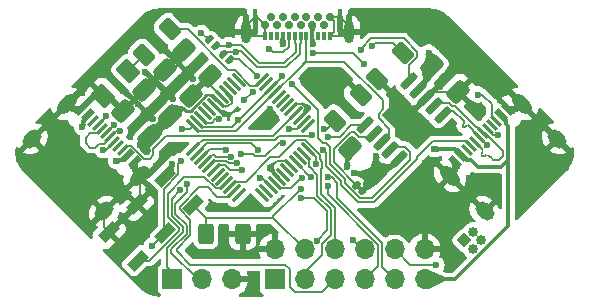
<source format=gtl>
G04 #@! TF.GenerationSoftware,KiCad,Pcbnew,8.0.4*
G04 #@! TF.CreationDate,2024-08-10T17:47:17+02:00*
G04 #@! TF.ProjectId,debubo,64656275-626f-42e6-9b69-6361645f7063,0*
G04 #@! TF.SameCoordinates,Original*
G04 #@! TF.FileFunction,Copper,L1,Top*
G04 #@! TF.FilePolarity,Positive*
%FSLAX46Y46*%
G04 Gerber Fmt 4.6, Leading zero omitted, Abs format (unit mm)*
G04 Created by KiCad (PCBNEW 8.0.4) date 2024-08-10 17:47:17*
%MOMM*%
%LPD*%
G01*
G04 APERTURE LIST*
G04 Aperture macros list*
%AMRoundRect*
0 Rectangle with rounded corners*
0 $1 Rounding radius*
0 $2 $3 $4 $5 $6 $7 $8 $9 X,Y pos of 4 corners*
0 Add a 4 corners polygon primitive as box body*
4,1,4,$2,$3,$4,$5,$6,$7,$8,$9,$2,$3,0*
0 Add four circle primitives for the rounded corners*
1,1,$1+$1,$2,$3*
1,1,$1+$1,$4,$5*
1,1,$1+$1,$6,$7*
1,1,$1+$1,$8,$9*
0 Add four rect primitives between the rounded corners*
20,1,$1+$1,$2,$3,$4,$5,0*
20,1,$1+$1,$4,$5,$6,$7,0*
20,1,$1+$1,$6,$7,$8,$9,0*
20,1,$1+$1,$8,$9,$2,$3,0*%
%AMHorizOval*
0 Thick line with rounded ends*
0 $1 width*
0 $2 $3 position (X,Y) of the first rounded end (center of the circle)*
0 $4 $5 position (X,Y) of the second rounded end (center of the circle)*
0 Add line between two ends*
20,1,$1,$2,$3,$4,$5,0*
0 Add two circle primitives to create the rounded ends*
1,1,$1,$2,$3*
1,1,$1,$4,$5*%
%AMRotRect*
0 Rectangle, with rotation*
0 The origin of the aperture is its center*
0 $1 length*
0 $2 width*
0 $3 Rotation angle, in degrees counterclockwise*
0 Add horizontal line*
21,1,$1,$2,0,0,$3*%
%AMFreePoly0*
4,1,13,-0.250000,0.125000,-0.230969,0.220671,-0.176777,0.301777,-0.095671,0.355970,0.000000,0.375000,0.250000,0.375000,0.250000,-0.375000,0.000000,-0.375000,-0.095671,-0.355970,-0.176777,-0.301777,-0.230969,-0.220671,-0.250000,-0.125000,-0.250000,0.125000,-0.250000,0.125000,$1*%
G04 Aperture macros list end*
G04 #@! TA.AperFunction,EtchedComponent*
%ADD10C,0.000000*%
G04 #@! TD*
G04 #@! TA.AperFunction,SMDPad,CuDef*
%ADD11RoundRect,0.250000X0.751301X0.167938X0.167938X0.751301X-0.751301X-0.167938X-0.167938X-0.751301X0*%
G04 #@! TD*
G04 #@! TA.AperFunction,SMDPad,CuDef*
%ADD12RotRect,0.900000X1.700000X135.000000*%
G04 #@! TD*
G04 #@! TA.AperFunction,SMDPad,CuDef*
%ADD13FreePoly0,315.000000*%
G04 #@! TD*
G04 #@! TA.AperFunction,SMDPad,CuDef*
%ADD14FreePoly0,135.000000*%
G04 #@! TD*
G04 #@! TA.AperFunction,SMDPad,CuDef*
%ADD15RoundRect,0.250000X-0.751301X-0.167938X-0.167938X-0.751301X0.751301X0.167938X0.167938X0.751301X0*%
G04 #@! TD*
G04 #@! TA.AperFunction,SMDPad,CuDef*
%ADD16RoundRect,0.075000X-0.521491X0.415425X0.415425X-0.521491X0.521491X-0.415425X-0.415425X0.521491X0*%
G04 #@! TD*
G04 #@! TA.AperFunction,SMDPad,CuDef*
%ADD17RoundRect,0.075000X-0.521491X-0.415425X-0.415425X-0.521491X0.521491X0.415425X0.415425X0.521491X0*%
G04 #@! TD*
G04 #@! TA.AperFunction,ComponentPad*
%ADD18RotRect,0.850000X0.850000X45.000000*%
G04 #@! TD*
G04 #@! TA.AperFunction,ComponentPad*
%ADD19HorizOval,0.850000X0.000000X0.000000X0.000000X0.000000X0*%
G04 #@! TD*
G04 #@! TA.AperFunction,ComponentPad*
%ADD20O,1.700000X1.700000*%
G04 #@! TD*
G04 #@! TA.AperFunction,ComponentPad*
%ADD21R,1.700000X1.700000*%
G04 #@! TD*
G04 #@! TA.AperFunction,SMDPad,CuDef*
%ADD22RoundRect,0.150000X0.380070X0.592202X-0.592202X-0.380070X-0.380070X-0.592202X0.592202X0.380070X0*%
G04 #@! TD*
G04 #@! TA.AperFunction,HeatsinkPad*
%ADD23RotRect,2.100000X3.300000X225.000000*%
G04 #@! TD*
G04 #@! TA.AperFunction,ComponentPad*
%ADD24O,0.850000X1.900000*%
G04 #@! TD*
G04 #@! TA.AperFunction,SMDPad,CuDef*
%ADD25R,0.450000X1.465000*%
G04 #@! TD*
G04 #@! TA.AperFunction,SMDPad,CuDef*
%ADD26R,0.300000X0.800000*%
G04 #@! TD*
G04 #@! TA.AperFunction,ComponentPad*
%ADD27C,0.700000*%
G04 #@! TD*
G04 #@! TA.AperFunction,SMDPad,CuDef*
%ADD28RotRect,0.550000X1.100000X45.000000*%
G04 #@! TD*
G04 #@! TA.AperFunction,SMDPad,CuDef*
%ADD29RotRect,0.300000X1.100000X45.000000*%
G04 #@! TD*
G04 #@! TA.AperFunction,ComponentPad*
%ADD30HorizOval,1.100000X-0.318198X0.318198X0.318198X-0.318198X0*%
G04 #@! TD*
G04 #@! TA.AperFunction,ComponentPad*
%ADD31HorizOval,1.200000X-0.212132X0.212132X0.212132X-0.212132X0*%
G04 #@! TD*
G04 #@! TA.AperFunction,SMDPad,CuDef*
%ADD32RotRect,0.550000X1.100000X315.000000*%
G04 #@! TD*
G04 #@! TA.AperFunction,SMDPad,CuDef*
%ADD33RotRect,0.300000X1.100000X315.000000*%
G04 #@! TD*
G04 #@! TA.AperFunction,ComponentPad*
%ADD34HorizOval,1.100000X-0.318198X-0.318198X0.318198X0.318198X0*%
G04 #@! TD*
G04 #@! TA.AperFunction,ComponentPad*
%ADD35HorizOval,1.200000X-0.212132X-0.212132X0.212132X0.212132X0*%
G04 #@! TD*
G04 #@! TA.AperFunction,SMDPad,CuDef*
%ADD36RoundRect,0.250001X0.114905X-0.768977X0.768977X-0.114905X-0.114905X0.768977X-0.768977X0.114905X0*%
G04 #@! TD*
G04 #@! TA.AperFunction,SMDPad,CuDef*
%ADD37RoundRect,0.250000X0.159099X-0.724784X0.724784X-0.159099X-0.159099X0.724784X-0.724784X0.159099X0*%
G04 #@! TD*
G04 #@! TA.AperFunction,SMDPad,CuDef*
%ADD38RoundRect,0.250000X-0.159099X0.724784X-0.724784X0.159099X0.159099X-0.724784X0.724784X-0.159099X0*%
G04 #@! TD*
G04 #@! TA.AperFunction,SMDPad,CuDef*
%ADD39RoundRect,0.250000X0.400000X0.625000X-0.400000X0.625000X-0.400000X-0.625000X0.400000X-0.625000X0*%
G04 #@! TD*
G04 #@! TA.AperFunction,ViaPad*
%ADD40C,0.600000*%
G04 #@! TD*
G04 #@! TA.AperFunction,Conductor*
%ADD41C,0.200000*%
G04 #@! TD*
G04 #@! TA.AperFunction,Conductor*
%ADD42C,0.156000*%
G04 #@! TD*
G04 #@! TA.AperFunction,Conductor*
%ADD43C,0.300000*%
G04 #@! TD*
G04 #@! TA.AperFunction,Conductor*
%ADD44C,0.330000*%
G04 #@! TD*
G04 #@! TA.AperFunction,Conductor*
%ADD45C,0.500000*%
G04 #@! TD*
G04 #@! TA.AperFunction,Conductor*
%ADD46C,0.250000*%
G04 #@! TD*
G04 #@! TA.AperFunction,Conductor*
%ADD47C,0.210000*%
G04 #@! TD*
G04 #@! TA.AperFunction,Conductor*
%ADD48C,0.400000*%
G04 #@! TD*
G04 APERTURE END LIST*
D10*
G04 #@! TA.AperFunction,EtchedComponent*
G36*
X147318198Y-99035355D02*
G01*
X147035355Y-99318198D01*
X146681802Y-98964645D01*
X146964645Y-98681802D01*
X147318198Y-99035355D01*
G37*
G04 #@! TD.AperFunction*
D11*
X132699954Y-91199954D03*
X130490246Y-88990246D03*
D12*
X128202082Y-105152082D03*
X125797918Y-102747918D03*
D13*
X134234314Y-86434314D03*
D14*
X134800000Y-87000000D03*
D11*
X128740246Y-90740246D03*
X130949954Y-92949954D03*
X148354854Y-97854854D03*
X146145146Y-95645146D03*
D15*
X153145146Y-88645146D03*
X155354854Y-90854854D03*
X132145146Y-87290246D03*
X134354854Y-89499954D03*
D16*
X136751212Y-89862124D03*
X136397658Y-90215678D03*
X136044105Y-90569231D03*
X135690551Y-90922785D03*
X135336998Y-91276338D03*
X134983445Y-91629891D03*
X134629891Y-91983445D03*
X134276338Y-92336998D03*
X133922785Y-92690551D03*
X133569231Y-93044105D03*
X133215678Y-93397658D03*
X132862124Y-93751212D03*
D17*
X132862124Y-95748788D03*
X133215678Y-96102342D03*
X133569231Y-96455895D03*
X133922785Y-96809449D03*
X134276338Y-97163002D03*
X134629891Y-97516555D03*
X134983445Y-97870109D03*
X135336998Y-98223662D03*
X135690551Y-98577215D03*
X136044105Y-98930769D03*
X136397658Y-99284322D03*
X136751212Y-99637876D03*
D16*
X138748788Y-99637876D03*
X139102342Y-99284322D03*
X139455895Y-98930769D03*
X139809449Y-98577215D03*
X140163002Y-98223662D03*
X140516555Y-97870109D03*
X140870109Y-97516555D03*
X141223662Y-97163002D03*
X141577215Y-96809449D03*
X141930769Y-96455895D03*
X142284322Y-96102342D03*
X142637876Y-95748788D03*
D17*
X142637876Y-93751212D03*
X142284322Y-93397658D03*
X141930769Y-93044105D03*
X141577215Y-92690551D03*
X141223662Y-92336998D03*
X140870109Y-91983445D03*
X140516555Y-91629891D03*
X140163002Y-91276338D03*
X139809449Y-90922785D03*
X139455895Y-90569231D03*
X139102342Y-90215678D03*
X138748788Y-89862124D03*
D18*
X155850000Y-103450000D03*
D19*
X156557107Y-102742893D03*
X156557107Y-104157107D03*
X157264214Y-103450000D03*
D13*
X146717157Y-98717157D03*
D14*
X147282843Y-99282843D03*
D20*
X136225000Y-106750000D03*
X133685000Y-106750000D03*
D21*
X131145000Y-106750000D03*
D22*
X154029208Y-92799219D03*
X153322101Y-92092113D03*
X152614994Y-91385006D03*
X151907887Y-90677899D03*
X151200781Y-89970792D03*
X147470792Y-93700781D03*
X148177899Y-94407887D03*
X148885006Y-95114994D03*
X149592113Y-95822101D03*
X150299219Y-96529208D03*
D23*
X150750000Y-93250000D03*
D24*
X146100000Y-85800001D03*
D25*
X145325000Y-84532500D03*
X138175000Y-84532500D03*
D24*
X137400000Y-85800001D03*
D26*
X139000000Y-86150000D03*
X139500000Y-86150000D03*
X140000001Y-86150000D03*
X140500000Y-86150000D03*
X140999999Y-86150000D03*
X141500000Y-86150000D03*
X142000000Y-86150000D03*
X142500001Y-86150000D03*
X143000000Y-86150000D03*
X143499999Y-86150000D03*
X144000000Y-86150000D03*
X144500000Y-86150000D03*
D27*
X144500000Y-84500000D03*
X144000000Y-85220000D03*
X143500000Y-84500000D03*
X143000000Y-85220000D03*
X142500000Y-84500000D03*
X142000000Y-85220000D03*
X141500000Y-84500000D03*
X141000000Y-85220000D03*
X140500000Y-84500000D03*
X140000000Y-85220000D03*
X139500000Y-84500000D03*
X139000000Y-85220000D03*
D12*
X132902082Y-100452082D03*
X130497918Y-98047918D03*
X130552082Y-102802082D03*
X128147918Y-100397918D03*
D28*
X155040403Y-96815886D03*
X155606088Y-96250201D03*
D29*
X156419261Y-95437028D03*
X157126368Y-94729921D03*
X157479921Y-94376368D03*
X158187028Y-93669261D03*
D28*
X159565886Y-92290403D03*
X159000201Y-92856088D03*
D29*
X158540581Y-93315708D03*
X157833474Y-94022814D03*
X156772814Y-95083474D03*
X156065708Y-95790581D03*
D30*
X154633816Y-98000290D03*
D31*
X157603665Y-100970138D03*
D30*
X160750290Y-91883816D03*
D31*
X163720138Y-94853665D03*
D11*
X129199954Y-94699954D03*
X126990246Y-92490246D03*
D14*
X135982843Y-88200000D03*
D13*
X135417157Y-87634314D03*
D32*
X123434114Y-92290403D03*
X123999799Y-92856088D03*
D33*
X124812972Y-93669261D03*
X125520079Y-94376368D03*
X125873632Y-94729921D03*
X126580739Y-95437028D03*
D32*
X127959597Y-96815886D03*
X127393912Y-96250201D03*
D33*
X126934292Y-95790581D03*
X126227186Y-95083474D03*
X125166526Y-94022814D03*
X124459419Y-93315708D03*
D34*
X122249710Y-91883816D03*
D35*
X119279862Y-94853665D03*
D34*
X128366184Y-98000290D03*
D35*
X125396335Y-100970138D03*
D20*
X152510000Y-104210000D03*
X152510000Y-106750000D03*
X149970000Y-104210000D03*
X149970000Y-106750000D03*
X147430000Y-104210000D03*
X147430000Y-106750000D03*
X144890000Y-104210000D03*
X144890000Y-106750000D03*
X142350000Y-104210000D03*
X142350000Y-106750000D03*
X139810000Y-104210000D03*
D21*
X139810000Y-106750000D03*
D36*
X127397821Y-89102179D03*
X125294179Y-91205821D03*
D37*
X148499984Y-89750016D03*
X150692016Y-87557984D03*
D38*
X130942016Y-85557984D03*
X128749984Y-87750016D03*
X144955784Y-93294216D03*
X147147816Y-91102184D03*
D39*
X137100000Y-102900000D03*
X133999998Y-102900000D03*
D40*
X154700000Y-100100000D03*
X143048064Y-86851937D03*
X135900000Y-86901284D03*
X125300000Y-95800000D03*
X126185931Y-93685931D03*
X136500000Y-87531058D03*
X126700000Y-94200000D03*
X126400000Y-96700000D03*
X123533301Y-93829465D03*
X140473000Y-86829285D03*
X125500000Y-92900000D03*
X141006529Y-94006529D03*
X136946000Y-96157934D03*
X140500000Y-95200000D03*
X153300000Y-95700000D03*
X152851001Y-87537608D03*
X158711274Y-94516449D03*
X157800000Y-95400000D03*
X144000000Y-94000000D03*
X143929243Y-95761706D03*
X148022646Y-87022646D03*
X157004902Y-91096732D03*
X131800000Y-99200000D03*
X132000000Y-94000000D03*
X138600000Y-98200000D03*
X139350002Y-87200000D03*
X143027000Y-87578634D03*
X142100000Y-98200000D03*
X137200000Y-91600000D03*
X147372652Y-88527348D03*
X137949865Y-90859283D03*
X141300000Y-90200000D03*
X132400000Y-98700000D03*
X136743471Y-93243471D03*
X140400000Y-89500000D03*
X135052761Y-93207428D03*
X129400000Y-103900000D03*
X153496891Y-105520000D03*
X131873000Y-96727816D03*
X142000000Y-99100000D03*
X143282730Y-96992146D03*
X146400000Y-103400000D03*
X142022771Y-99826646D03*
X143382992Y-103459225D03*
X138400000Y-95804381D03*
X147100000Y-87300000D03*
X146528870Y-97721130D03*
X129000000Y-96000000D03*
X131100000Y-97000000D03*
X148422273Y-96279058D03*
X128396788Y-95408941D03*
X144300000Y-94700000D03*
X144281000Y-98827003D03*
X142935837Y-94500000D03*
X144281000Y-98100000D03*
X142900000Y-98100000D03*
X136590953Y-96902246D03*
X137001519Y-97502220D03*
X135700000Y-95757173D03*
X136107757Y-96359058D03*
X149800000Y-91200000D03*
X157980000Y-89790000D03*
X131690000Y-88510000D03*
X132933977Y-89771899D03*
X160700000Y-98000000D03*
X128843655Y-89151656D03*
X145959223Y-97269428D03*
X152200000Y-94700000D03*
X151800000Y-92200000D03*
X131200000Y-91500000D03*
X131100000Y-95900000D03*
X129500000Y-93200000D03*
X128200000Y-91920000D03*
X139380877Y-97326169D03*
X130600000Y-87400000D03*
X142601216Y-92246506D03*
X129100000Y-106000000D03*
X135597085Y-92725511D03*
X129930000Y-90210000D03*
X145400000Y-89600000D03*
X139400000Y-92300000D03*
X122400000Y-97500000D03*
X127200000Y-90900000D03*
X156300000Y-91800000D03*
X132500000Y-84700000D03*
X151220000Y-100100000D03*
X137838962Y-100361036D03*
X154220000Y-85990000D03*
X125700000Y-89400000D03*
X128500000Y-85400000D03*
X133600000Y-85900000D03*
X138273569Y-89521341D03*
D41*
X143027000Y-87578634D02*
X146423938Y-87578634D01*
X146423938Y-87578634D02*
X147372652Y-88527348D01*
X143048064Y-86851937D02*
X143048064Y-86702065D01*
X143048064Y-86702065D02*
X143000000Y-86654001D01*
X143000000Y-86654001D02*
X143000000Y-86150000D01*
D42*
X141572000Y-86822001D02*
X141500000Y-86750001D01*
X138473732Y-88422000D02*
X140626268Y-88422000D01*
X135900000Y-86901284D02*
X136953016Y-86901284D01*
X126227186Y-95083474D02*
X125510660Y-95800000D01*
X136953016Y-86901284D02*
X138473732Y-88422000D01*
D41*
X126185931Y-93710516D02*
X125520079Y-94376368D01*
D42*
X141500000Y-86750001D02*
X141500000Y-86150000D01*
X141572000Y-87476268D02*
X141572000Y-86822001D01*
D41*
X126185931Y-93685931D02*
X126185931Y-93710516D01*
X125510660Y-95800000D02*
X125300000Y-95800000D01*
D42*
X135801284Y-87000000D02*
X135900000Y-86901284D01*
X140626268Y-88422000D02*
X141572000Y-87476268D01*
X134800000Y-87000000D02*
X135801284Y-87000000D01*
X124927000Y-95273000D02*
X124600000Y-95600000D01*
X136948268Y-87400000D02*
X138326268Y-88778000D01*
X142000000Y-86750001D02*
X142000000Y-86150000D01*
X125330553Y-95273000D02*
X124927000Y-95273000D01*
X136631058Y-87400000D02*
X136948268Y-87400000D01*
X141928000Y-86822001D02*
X142000000Y-86750001D01*
D41*
X125873632Y-94729921D02*
X126403553Y-94200000D01*
D42*
X124600000Y-95600000D02*
X124200000Y-95600000D01*
X125873632Y-94729921D02*
X125330553Y-95273000D01*
X135520413Y-87531058D02*
X136500000Y-87531058D01*
X135417157Y-87634314D02*
X135520413Y-87531058D01*
X136500000Y-87531058D02*
X136631058Y-87400000D01*
X123800000Y-94750000D02*
X124158764Y-94391236D01*
X141928000Y-87623732D02*
X141928000Y-86822001D01*
X140773732Y-88778000D02*
X141928000Y-87623732D01*
X123800000Y-95200000D02*
X123800000Y-94750000D01*
X138326268Y-88778000D02*
X140773732Y-88778000D01*
X124798104Y-94391236D02*
X125166526Y-94022814D01*
D41*
X136500000Y-87531058D02*
X136603966Y-87531058D01*
X126403553Y-94200000D02*
X126700000Y-94200000D01*
D42*
X124158764Y-94391236D02*
X124798104Y-94391236D01*
X124200000Y-95600000D02*
X123800000Y-95200000D01*
D41*
X123610890Y-93244997D02*
X123610890Y-93751876D01*
X126400000Y-96700000D02*
X126944113Y-96700000D01*
D43*
X143000000Y-86150000D02*
X143000000Y-85220000D01*
D41*
X123610890Y-93751876D02*
X123533301Y-93829465D01*
X126944113Y-96700000D02*
X127393912Y-96250201D01*
X123999799Y-92856088D02*
X123610890Y-93244997D01*
D43*
X140500000Y-86150000D02*
X140500000Y-86802285D01*
D41*
X140500000Y-86802285D02*
X140473000Y-86829285D01*
X141006529Y-94006529D02*
X141675451Y-94006529D01*
X140137552Y-95200000D02*
X140500000Y-95200000D01*
X136946000Y-96157934D02*
X138008262Y-96157934D01*
X125500000Y-92900000D02*
X125500000Y-92982233D01*
X125500000Y-92982233D02*
X124812972Y-93669261D01*
X138008262Y-96157934D02*
X138181709Y-96331381D01*
X138181709Y-96331381D02*
X139006171Y-96331381D01*
X139006171Y-96331381D02*
X140137552Y-95200000D01*
X141675451Y-94006529D02*
X142284322Y-93397658D01*
X127682393Y-95439838D02*
X127285035Y-95439838D01*
X128769555Y-96527000D02*
X127682393Y-95439838D01*
X139691593Y-94576173D02*
X130623827Y-94576173D01*
X129218291Y-96527000D02*
X128769555Y-96527000D01*
X127285035Y-95439838D02*
X126934292Y-95790581D01*
X129527000Y-95673000D02*
X129527000Y-96218291D01*
X141577215Y-92690551D02*
X139691593Y-94576173D01*
X130623827Y-94576173D02*
X129527000Y-95673000D01*
X129527000Y-96218291D02*
X129218291Y-96527000D01*
D43*
X159400000Y-93400000D02*
X159400000Y-93255887D01*
D44*
X154886282Y-106750000D02*
X155092390Y-106750000D01*
D43*
X159400000Y-93255887D02*
X159000201Y-92856088D01*
D44*
X156439110Y-96639110D02*
X157000000Y-97200000D01*
X159600000Y-102242390D02*
X159600000Y-93800000D01*
X159000000Y-97200000D02*
X159600000Y-96600000D01*
X152510000Y-106750000D02*
X154886282Y-106750000D01*
D41*
X153145146Y-88645146D02*
X153145146Y-89440640D01*
D44*
X152851001Y-87537608D02*
X152851001Y-88351001D01*
D41*
X152851001Y-88351001D02*
X153145146Y-88645146D01*
D43*
X155994997Y-96639110D02*
X156439110Y-96639110D01*
D44*
X159600000Y-93800000D02*
X159400000Y-93600000D01*
X155055887Y-95700000D02*
X153300000Y-95700000D01*
X155606088Y-96250201D02*
X155055887Y-95700000D01*
D43*
X159400000Y-93600000D02*
X159400000Y-93255887D01*
D44*
X155092390Y-106750000D02*
X159600000Y-102242390D01*
D41*
X155217179Y-95861292D02*
X155606088Y-96250201D01*
X154886282Y-106750000D02*
X154950000Y-106750000D01*
D44*
X157000000Y-97200000D02*
X159000000Y-97200000D01*
X153145146Y-89440640D02*
X151907887Y-90677899D01*
D43*
X155606088Y-96250201D02*
X155994997Y-96639110D01*
D42*
X154796420Y-92092113D02*
X155093842Y-92092113D01*
X156772814Y-95083474D02*
X156772814Y-95086992D01*
X155093842Y-92092113D02*
X156853096Y-93851367D01*
X156772814Y-95086992D02*
X157392911Y-95707089D01*
X159100000Y-95900000D02*
X157576368Y-94376368D01*
X157319371Y-96255802D02*
X157378767Y-96315198D01*
X156853096Y-93851367D02*
X156954920Y-93851367D01*
X157576368Y-94376368D02*
X157479921Y-94376368D01*
X159100000Y-96300000D02*
X159100000Y-95900000D01*
X156954920Y-93851367D02*
X157479921Y-94376368D01*
X153565136Y-91849078D02*
X154553385Y-91849078D01*
X153322101Y-92092113D02*
X153565136Y-91849078D01*
X157616355Y-96315198D02*
X157689894Y-96241658D01*
X154553385Y-91849078D02*
X154796420Y-92092113D01*
X157392911Y-95944676D02*
X157319371Y-96018215D01*
X158285822Y-96600000D02*
X158800000Y-96600000D01*
X157986880Y-96301058D02*
X158168817Y-96482995D01*
X158800000Y-96600000D02*
X159100000Y-96300000D01*
X157927481Y-96241658D02*
X157986880Y-96301058D01*
X158168817Y-96482995D02*
X158285822Y-96600000D01*
X157319371Y-96018215D02*
G75*
G03*
X157319379Y-96255794I118829J-118785D01*
G01*
X157689894Y-96241658D02*
G75*
G02*
X157927482Y-96241657I118794J-118793D01*
G01*
X157378767Y-96315198D02*
G75*
G03*
X157616355Y-96315198I118794J118794D01*
G01*
X157392911Y-95707089D02*
G75*
G02*
X157392929Y-95944693I-118811J-118811D01*
G01*
X157126368Y-94729921D02*
X157129921Y-94729921D01*
X156249358Y-93751087D02*
X156445453Y-93947182D01*
D41*
X154029208Y-92799219D02*
X154286313Y-92542114D01*
D42*
X154029208Y-92799219D02*
X154380313Y-92448114D01*
X156601367Y-94204920D02*
X157126368Y-94729921D01*
X157129921Y-94729921D02*
X157800000Y-95400000D01*
X154380313Y-92448114D02*
X154946385Y-92448114D01*
X155715476Y-93804701D02*
X155755498Y-93844723D01*
X154946385Y-92448114D02*
X155849136Y-93350865D01*
X158327109Y-94516449D02*
X158711274Y-94516449D01*
X155849136Y-93510953D02*
X155715476Y-93644612D01*
X156445453Y-93947182D02*
X156601367Y-94103096D01*
X156601367Y-94103096D02*
X156601367Y-94204920D01*
X157833474Y-94022814D02*
X158327109Y-94516449D01*
X156209335Y-93711063D02*
X156249358Y-93751087D01*
X155915587Y-93844723D02*
X156049246Y-93711063D01*
X155755498Y-93844723D02*
G75*
G03*
X155915587Y-93844724I80045J80046D01*
G01*
X155715476Y-93644612D02*
G75*
G03*
X155715432Y-93804744I80024J-80088D01*
G01*
X156049246Y-93711063D02*
G75*
G02*
X156209335Y-93711062I80045J-80046D01*
G01*
X155849136Y-93350865D02*
G75*
G02*
X155849127Y-93510944I-80036J-80035D01*
G01*
D41*
X153186102Y-95068606D02*
X156050839Y-95068606D01*
X144136730Y-95969193D02*
X144136730Y-97117968D01*
X144000000Y-94000000D02*
X144250000Y-94000000D01*
X156050839Y-95068606D02*
X156419261Y-95437028D01*
X145429642Y-98410880D02*
X145429642Y-98743446D01*
X151842448Y-96412260D02*
X153186102Y-95068606D01*
X144250000Y-94000000D02*
X144955784Y-93294216D01*
X148187216Y-100175232D02*
X151842448Y-96520000D01*
X151842448Y-96520000D02*
X151842448Y-96412260D01*
X146861428Y-100175232D02*
X148187216Y-100175232D01*
X144136730Y-97117968D02*
X145429642Y-98410880D01*
X145429642Y-98743446D02*
X146861428Y-100175232D01*
X143929243Y-95761706D02*
X144136730Y-95969193D01*
X148022646Y-87022646D02*
X148318292Y-86727000D01*
X158189838Y-92964965D02*
X158540581Y-93315708D01*
X158189838Y-91889838D02*
X158189838Y-92964965D01*
X157004902Y-91096732D02*
X157396732Y-91096732D01*
X157396732Y-91096732D02*
X158189838Y-91889838D01*
X149861032Y-86727000D02*
X150692016Y-87557984D01*
X148318292Y-86727000D02*
X149861032Y-86727000D01*
X139809449Y-90922785D02*
X141666117Y-89066117D01*
X149000000Y-91600000D02*
X145700000Y-88300000D01*
X136509615Y-94222619D02*
X139809449Y-90922785D01*
X142432234Y-88300000D02*
X141666117Y-89066117D01*
X132025321Y-102289763D02*
X131081000Y-101345442D01*
X132862124Y-93751212D02*
X133333531Y-94222619D01*
X130700000Y-105700000D02*
X130700000Y-104074036D01*
X145700000Y-88300000D02*
X142432234Y-88300000D01*
X133333531Y-94222619D02*
X136509615Y-94222619D01*
X132613336Y-94000000D02*
X132862124Y-93751212D01*
X130700000Y-104074036D02*
X132025321Y-102748715D01*
X142500001Y-88232233D02*
X142500001Y-86150000D01*
X148885006Y-95114994D02*
X149500000Y-94500000D01*
X149000000Y-92345522D02*
X149000000Y-91600000D01*
X131750000Y-106750000D02*
X130700000Y-105700000D01*
X148613812Y-93113812D02*
X148613812Y-92731710D01*
X131081000Y-99919000D02*
X131800000Y-99200000D01*
X132025321Y-102748715D02*
X132025321Y-102289763D01*
X148613812Y-92731710D02*
X149000000Y-92345522D01*
X132000000Y-94000000D02*
X132613336Y-94000000D01*
X131081000Y-101345442D02*
X131081000Y-99919000D01*
X141666117Y-89066117D02*
X142500001Y-88232233D01*
X131145000Y-106750000D02*
X131750000Y-106750000D01*
X149500000Y-94500000D02*
X149500000Y-94000000D01*
X149500000Y-94000000D02*
X148613812Y-93113812D01*
X138725126Y-98200000D02*
X139455895Y-98930769D01*
X138600000Y-98200000D02*
X138725126Y-98200000D01*
X140280857Y-99048623D02*
X141151377Y-99048623D01*
X137209148Y-91600000D02*
X137949865Y-90859283D01*
X139809449Y-98577215D02*
X140280857Y-99048623D01*
X140999999Y-87047577D02*
X140999999Y-86150000D01*
X141151377Y-99048623D02*
X142000000Y-98200000D01*
X137200000Y-91600000D02*
X137209148Y-91600000D01*
X142000000Y-98200000D02*
X142100000Y-98200000D01*
X140547576Y-87500000D02*
X140999999Y-87047577D01*
X139650002Y-87500000D02*
X140547576Y-87500000D01*
X139350002Y-87200000D02*
X139650002Y-87500000D01*
X150857067Y-95557067D02*
X149857147Y-95557067D01*
X148051768Y-99848232D02*
X151271360Y-96628640D01*
X143462837Y-92362837D02*
X143462837Y-94762837D01*
X136156060Y-93869066D02*
X139455895Y-90569231D01*
X145756642Y-98607999D02*
X146534742Y-99386099D01*
X144463730Y-96982520D02*
X145756642Y-98275432D01*
X131027000Y-104209484D02*
X132352321Y-102884163D01*
X133215678Y-93397658D02*
X133687086Y-93869066D01*
X146996875Y-99848232D02*
X148051768Y-99848232D01*
X151271360Y-95971360D02*
X150857067Y-95557067D01*
X146534742Y-99386099D02*
X146613901Y-99386099D01*
X146613901Y-99465258D02*
X146996875Y-99848232D01*
X143462837Y-94762837D02*
X143934706Y-95234706D01*
X144147534Y-95234706D02*
X144463730Y-95550902D01*
X131408000Y-101209994D02*
X131408000Y-100337291D01*
X132352321Y-102884163D02*
X132352321Y-102154315D01*
X132352321Y-102154315D02*
X131408000Y-101209994D01*
X144463730Y-95550902D02*
X144463730Y-96982520D01*
X143934706Y-95234706D02*
X144147534Y-95234706D01*
X141300000Y-90200000D02*
X143462837Y-92362837D01*
X145756642Y-98275432D02*
X145756642Y-98607999D01*
X131027000Y-104477000D02*
X131027000Y-104209484D01*
X146613901Y-99386099D02*
X146613901Y-99465258D01*
X149857147Y-95557067D02*
X149592113Y-95822101D01*
X132400000Y-99345291D02*
X132400000Y-98700000D01*
X151271360Y-96628640D02*
X151271360Y-95971360D01*
X133685000Y-106750000D02*
X133300000Y-106750000D01*
X133687086Y-93869066D02*
X136156060Y-93869066D01*
X133300000Y-106750000D02*
X131027000Y-104477000D01*
X131408000Y-100337291D02*
X132400000Y-99345291D01*
X140400000Y-89500000D02*
X140400000Y-89625126D01*
X140400000Y-89625126D02*
X139455895Y-90569231D01*
X143609730Y-96573856D02*
X143609730Y-96187484D01*
X142346073Y-94923827D02*
X141576173Y-94923827D01*
X143809730Y-96773856D02*
X143609730Y-96573856D01*
X144890000Y-104210000D02*
X144900000Y-104200000D01*
X143754000Y-97375150D02*
X143809730Y-97319420D01*
X140135406Y-96364594D02*
X139435406Y-96364594D01*
X137340639Y-98459361D02*
X136515513Y-98459361D01*
X143754000Y-99518291D02*
X143754000Y-97375150D01*
X143809730Y-97319420D02*
X143809730Y-96773856D01*
X144900000Y-104200000D02*
X144900000Y-100664291D01*
X136515513Y-98459361D02*
X136044105Y-98930769D01*
X143609730Y-96187484D02*
X142346073Y-94923827D01*
X139435406Y-96364594D02*
X137340639Y-98459361D01*
X144900000Y-100664291D02*
X143754000Y-99518291D01*
X141576173Y-94923827D02*
X140135406Y-96364594D01*
X134461834Y-93515512D02*
X134040638Y-93515512D01*
X129400000Y-103900000D02*
X129454164Y-103900000D01*
X131873000Y-96727816D02*
X131644157Y-96956659D01*
X131644157Y-97859103D02*
X130427000Y-99076260D01*
X130304594Y-102554594D02*
X130552082Y-102802082D01*
X129454164Y-103900000D02*
X130552082Y-102802082D01*
X151280000Y-105520000D02*
X149970000Y-104210000D01*
X130427000Y-99076260D02*
X130427000Y-102432188D01*
X134769918Y-93207428D02*
X134461834Y-93515512D01*
X135052761Y-93207428D02*
X134769918Y-93207428D01*
X134040638Y-93515512D02*
X133569231Y-93044105D01*
X130427000Y-102432188D02*
X130304594Y-102554594D01*
X131644157Y-96956659D02*
X131644157Y-97859103D01*
X153496891Y-105520000D02*
X151280000Y-105520000D01*
X143813000Y-104687000D02*
X143813000Y-103763891D01*
X142755730Y-96994944D02*
X142755730Y-96573750D01*
X142350000Y-106150000D02*
X143813000Y-104687000D01*
X142750000Y-97000674D02*
X142755730Y-96994944D01*
X144573000Y-100799739D02*
X143427000Y-99653739D01*
X142750000Y-97250000D02*
X142750000Y-97000674D01*
X143813000Y-103763891D02*
X144573000Y-103003891D01*
X142350000Y-106750000D02*
X142350000Y-106150000D01*
X142795291Y-97250000D02*
X142750000Y-97250000D01*
X143427000Y-99653739D02*
X143427000Y-97881709D01*
X143427000Y-97881709D02*
X142795291Y-97250000D01*
X142755730Y-96573750D02*
X142284322Y-96102342D01*
X144573000Y-103003891D02*
X144573000Y-100799739D01*
X133440179Y-98956561D02*
X134156561Y-98956561D01*
X144890000Y-106750000D02*
X143813000Y-107827000D01*
X131500000Y-104198932D02*
X132679321Y-103019611D01*
X141100000Y-105886000D02*
X140714000Y-105500000D01*
X141100000Y-107400000D02*
X141100000Y-105886000D01*
X134955730Y-99755730D02*
X135926250Y-99755730D01*
X132679321Y-103019611D02*
X132679321Y-101752431D01*
X132650000Y-105500000D02*
X131500000Y-104350000D01*
X140714000Y-105500000D02*
X132650000Y-105500000D01*
X131755843Y-100640897D02*
X133440179Y-98956561D01*
X143813000Y-107827000D02*
X141527000Y-107827000D01*
X141527000Y-107827000D02*
X141100000Y-107400000D01*
X131500000Y-104350000D02*
X131500000Y-104198932D01*
X135926250Y-99755730D02*
X136397658Y-99284322D01*
X134156561Y-98956561D02*
X134955730Y-99755730D01*
X131755843Y-100828953D02*
X131755843Y-100640897D01*
X132679321Y-101752431D02*
X131755843Y-100828953D01*
X142000000Y-99100000D02*
X139620000Y-101480000D01*
X139940000Y-101800000D02*
X142350000Y-104210000D01*
X133999998Y-102900000D02*
X133999998Y-101549998D01*
X143282730Y-96393642D02*
X142637876Y-95748788D01*
X139689998Y-101549998D02*
X139940000Y-101800000D01*
X133999998Y-101549998D02*
X139689998Y-101549998D01*
X139620000Y-101480000D02*
X139940000Y-101800000D01*
X143282730Y-96992146D02*
X143282730Y-96393642D01*
X133999998Y-101549998D02*
X132902082Y-100452082D01*
X150725600Y-86351302D02*
X151898698Y-87524400D01*
X144246000Y-102596217D02*
X143382992Y-103459225D01*
X147100000Y-87200000D02*
X147948698Y-86351302D01*
X151200781Y-88607683D02*
X151200781Y-89970792D01*
X151898698Y-87909766D02*
X151200781Y-88607683D01*
X138400000Y-95804381D02*
X137825792Y-95230173D01*
X151898698Y-87524400D02*
X151898698Y-87909766D01*
X134087847Y-95230173D02*
X133215678Y-96102342D01*
X147948698Y-86351302D02*
X150725600Y-86351302D01*
X146400000Y-103400000D02*
X147210000Y-104210000D01*
X137825792Y-95230173D02*
X134087847Y-95230173D01*
X144246000Y-100935187D02*
X144246000Y-102596217D01*
X143137459Y-99826646D02*
X144246000Y-100935187D01*
X147100000Y-87300000D02*
X147100000Y-87200000D01*
X147210000Y-104210000D02*
X147430000Y-104210000D01*
X142022771Y-99826646D02*
X143137459Y-99826646D01*
D44*
X150299219Y-96529208D02*
X148973573Y-97854854D01*
D45*
X128490967Y-95408941D02*
X129199954Y-94699954D01*
X129000000Y-96000000D02*
X129000000Y-94899908D01*
D44*
X131100000Y-97000000D02*
X131100000Y-97445836D01*
D41*
X148354854Y-96346477D02*
X148354854Y-97854854D01*
X136161958Y-91394192D02*
X135690551Y-90922785D01*
D46*
X132328979Y-92458153D02*
X132070826Y-92200000D01*
D41*
X135454853Y-92101299D02*
X135876047Y-92101299D01*
D44*
X147282843Y-99282843D02*
X148354854Y-98210832D01*
D41*
X148354854Y-98210832D02*
X148354854Y-97854854D01*
X134050000Y-91150000D02*
X134041516Y-91158484D01*
X128396788Y-95408941D02*
X128490967Y-95408941D01*
X148973573Y-97854854D02*
X148354854Y-97854854D01*
D46*
X132735053Y-92458153D02*
X132328979Y-92458153D01*
D41*
X148422273Y-96279058D02*
X148354854Y-96346477D01*
X129000000Y-94899908D02*
X129199954Y-94699954D01*
D43*
X131699908Y-92200000D02*
X130949954Y-92949954D01*
D41*
X128396788Y-95408941D02*
X128408941Y-95408941D01*
D45*
X130949954Y-92949954D02*
X129199954Y-94699954D01*
D41*
X134983445Y-91629891D02*
X135454853Y-92101299D01*
D47*
X134503554Y-91150000D02*
X134050000Y-91150000D01*
D44*
X146662594Y-97854854D02*
X148354854Y-97854854D01*
D46*
X134034722Y-91158484D02*
X132735053Y-92458153D01*
X134041516Y-91158484D02*
X134034722Y-91158484D01*
D41*
X135876047Y-92101299D02*
X136161958Y-91815388D01*
X131100000Y-97445836D02*
X130497918Y-98047918D01*
D45*
X128408941Y-95408941D02*
X129000000Y-96000000D01*
D46*
X132070826Y-92200000D02*
X131699908Y-92200000D01*
D44*
X146528870Y-97721130D02*
X146662594Y-97854854D01*
D46*
X134983445Y-91629891D02*
X134512038Y-91158484D01*
D41*
X134512038Y-91158484D02*
X134503554Y-91150000D01*
X136161958Y-91815388D02*
X136161958Y-91394192D01*
X146299219Y-93700781D02*
X145300000Y-94700000D01*
X139827041Y-94903173D02*
X133696827Y-94903173D01*
X145300000Y-94700000D02*
X144300000Y-94700000D01*
X148566000Y-105614000D02*
X147430000Y-106750000D01*
X142859664Y-94576173D02*
X140154041Y-94576173D01*
X140154041Y-94576173D02*
X139827041Y-94903173D01*
X144281000Y-98827003D02*
X144281000Y-99531000D01*
X133333531Y-95266469D02*
X133333531Y-95277381D01*
X148566000Y-103816000D02*
X148566000Y-105614000D01*
X144281000Y-99531000D02*
X148566000Y-103816000D01*
X147470792Y-93700781D02*
X146299219Y-93700781D01*
X133333531Y-95277381D02*
X132862124Y-95748788D01*
X133696827Y-94903173D02*
X133333531Y-95266469D01*
X142935837Y-94500000D02*
X142859664Y-94576173D01*
D44*
X134354854Y-89587088D02*
X134354854Y-89499954D01*
D41*
X134354854Y-90294194D02*
X135336998Y-91276338D01*
X132699954Y-91154854D02*
X132699954Y-91199954D01*
D45*
X134354854Y-89499954D02*
X132699954Y-91154854D01*
D41*
X132699954Y-91199954D02*
X133094978Y-90804930D01*
X134865590Y-90804930D02*
X135336998Y-91276338D01*
X134159330Y-89695478D02*
X134354854Y-89499954D01*
X134354854Y-89499954D02*
X134354854Y-90294194D01*
X128749984Y-87750016D02*
X127397821Y-89102179D01*
X145102642Y-98546328D02*
X145102642Y-99890194D01*
X144281000Y-98100000D02*
X144656314Y-98100000D01*
X148893000Y-105673000D02*
X149970000Y-106750000D01*
X148893000Y-103680552D02*
X148893000Y-105673000D01*
X145102642Y-99890194D02*
X148893000Y-103680552D01*
X144656314Y-98100000D02*
X145102642Y-98546328D01*
X142900000Y-98132234D02*
X141577215Y-96809449D01*
X138748788Y-89862124D02*
X138278629Y-90332283D01*
X137754529Y-90332283D02*
X136422246Y-89000000D01*
X135889088Y-89000000D02*
X132447072Y-85557984D01*
X138278629Y-90332283D02*
X137754529Y-90332283D01*
X132447072Y-85557984D02*
X130942016Y-85557984D01*
X136422246Y-89000000D02*
X135889088Y-89000000D01*
X135219143Y-99048623D02*
X135690551Y-98577215D01*
X129159506Y-105152082D02*
X131698321Y-102613267D01*
X131698321Y-102613267D02*
X131698321Y-102425211D01*
X131698321Y-102425211D02*
X130754000Y-101480890D01*
X130754000Y-101480890D02*
X130754000Y-99500709D01*
X128202082Y-105152082D02*
X129159506Y-105152082D01*
X132154709Y-98100000D02*
X133849326Y-98100000D01*
X130754000Y-99500709D02*
X132154709Y-98100000D01*
X133849326Y-98100000D02*
X134797949Y-99048623D01*
X134797949Y-99048623D02*
X135219143Y-99048623D01*
X134276338Y-97163002D02*
X134747746Y-96691594D01*
X134747746Y-96691594D02*
X135695002Y-96691594D01*
X135905654Y-96902246D02*
X136590953Y-96902246D01*
X135695002Y-96691594D02*
X135905654Y-96902246D01*
X134629891Y-97516555D02*
X135101298Y-97045148D01*
X136043180Y-97502220D02*
X137001519Y-97502220D01*
X135101298Y-97045148D02*
X135586108Y-97045148D01*
X135586108Y-97045148D02*
X136043180Y-97502220D01*
X135642827Y-95700000D02*
X134325126Y-95700000D01*
X134325126Y-95700000D02*
X133569231Y-96455895D01*
X135700000Y-95757173D02*
X135642827Y-95700000D01*
X134504346Y-96227888D02*
X133922785Y-96809449D01*
X134836404Y-96359058D02*
X134705234Y-96227888D01*
X136107757Y-96359058D02*
X134836404Y-96359058D01*
X134705234Y-96227888D02*
X134504346Y-96227888D01*
X146100000Y-85800001D02*
X146100000Y-85307500D01*
X137749999Y-86150000D02*
X137400000Y-85800001D01*
D45*
X127200000Y-92300000D02*
X127009754Y-92490246D01*
D41*
X149800000Y-92300000D02*
X150750000Y-93250000D01*
X151800000Y-92200000D02*
X150750000Y-93250000D01*
X137400000Y-85307500D02*
X138175000Y-84532500D01*
D48*
X131710000Y-88510000D02*
X131690000Y-88510000D01*
D41*
X145750001Y-86150000D02*
X146100000Y-85800001D01*
X132933977Y-89771899D02*
X132933977Y-89733977D01*
X144849999Y-85800001D02*
X144500000Y-86150000D01*
X126990246Y-92490246D02*
X127009754Y-92490246D01*
D45*
X127959597Y-96815886D02*
X127959597Y-97593703D01*
X129580492Y-89880492D02*
X128851656Y-89151656D01*
X129930000Y-90210000D02*
X129930000Y-90230000D01*
X132080492Y-87400000D02*
X132145146Y-87335346D01*
D41*
X125396335Y-100970138D02*
X125396335Y-102346335D01*
X128366184Y-98000290D02*
X128366184Y-100179652D01*
X138175000Y-84532500D02*
X138312500Y-84532500D01*
X122656297Y-92290403D02*
X122249710Y-91883816D01*
X139000000Y-85220000D02*
X139000000Y-86150000D01*
X160343703Y-92290403D02*
X160750290Y-91883816D01*
X146100000Y-85307500D02*
X145325000Y-84532500D01*
X128999710Y-98000290D02*
X128366184Y-98000290D01*
X152614994Y-91385006D02*
X151800000Y-92200000D01*
D45*
X128600000Y-90900000D02*
X128740246Y-90759754D01*
D44*
X145959223Y-96640777D02*
X146145146Y-96454854D01*
D45*
X129600000Y-89880492D02*
X130490246Y-88990246D01*
D41*
X128366184Y-100179652D02*
X128147918Y-100397918D01*
X152200000Y-94700000D02*
X150750000Y-93250000D01*
D45*
X126990246Y-92490246D02*
X125705821Y-91205821D01*
D41*
X152614994Y-91385006D02*
X153145146Y-90854854D01*
D45*
X131100000Y-95900000D02*
X128999710Y-98000290D01*
X129930000Y-90230000D02*
X131200000Y-91500000D01*
X155040403Y-96815886D02*
X155040403Y-97593703D01*
D41*
X125705821Y-91205821D02*
X125294179Y-91205821D01*
D48*
X128220000Y-91920000D02*
X128200000Y-91920000D01*
X127200000Y-90900000D02*
X128200000Y-91900000D01*
D41*
X141930769Y-93044105D02*
X141930769Y-93082289D01*
X132145146Y-87335346D02*
X132145146Y-87290246D01*
D48*
X132933977Y-89733977D02*
X131710000Y-88510000D01*
D41*
X140163002Y-98223662D02*
X140163002Y-98108294D01*
X142601216Y-92373658D02*
X141930769Y-93044105D01*
X128740246Y-90740246D02*
X128759754Y-90740246D01*
X144500000Y-84500000D02*
X145292500Y-84500000D01*
X137400000Y-85800001D02*
X137400000Y-85307500D01*
X155040403Y-97593703D02*
X154633816Y-98000290D01*
D45*
X123434114Y-92290403D02*
X122656297Y-92290403D01*
D41*
X149800000Y-91200000D02*
X149800000Y-92300000D01*
X139000000Y-86150000D02*
X137749999Y-86150000D01*
X156300000Y-91800000D02*
X155354854Y-90854854D01*
X142601216Y-92246506D02*
X142601216Y-92373658D01*
X126578604Y-92490246D02*
X126990246Y-92490246D01*
X137400000Y-86200000D02*
X137400000Y-85800001D01*
X141223662Y-92336998D02*
X141695070Y-91865590D01*
X140163002Y-98108294D02*
X139380877Y-97326169D01*
X142220300Y-91865590D02*
X142601216Y-92246506D01*
D45*
X128851656Y-89151656D02*
X128843655Y-89151656D01*
X130600000Y-88880492D02*
X130490246Y-88990246D01*
D48*
X131690000Y-88510000D02*
X131690000Y-88490000D01*
D41*
X135597085Y-92725511D02*
X135371957Y-92725511D01*
D48*
X131690000Y-88490000D02*
X130600000Y-87400000D01*
D41*
X138312500Y-84532500D02*
X139000000Y-85220000D01*
X127959597Y-97593703D02*
X128366184Y-98000290D01*
X153145146Y-90854854D02*
X155354854Y-90854854D01*
D45*
X124518696Y-91205821D02*
X123434114Y-92290403D01*
D41*
X141695070Y-91865590D02*
X142220300Y-91865590D01*
X139380877Y-97326169D02*
X140015452Y-96691594D01*
X140015452Y-96691594D02*
X140752254Y-96691594D01*
D45*
X159565886Y-92290403D02*
X160343703Y-92290403D01*
X129600000Y-89900000D02*
X129910000Y-90210000D01*
X129910000Y-90210000D02*
X129930000Y-90210000D01*
D41*
X140752254Y-96691594D02*
X141223662Y-97163002D01*
X128740246Y-90740246D02*
X128740246Y-90759754D01*
X135371957Y-92725511D02*
X134629891Y-91983445D01*
X125294179Y-91205821D02*
X124518696Y-91205821D01*
X146145146Y-95645146D02*
X146145146Y-96454854D01*
X145292500Y-84500000D02*
X145325000Y-84532500D01*
X144849999Y-84849999D02*
X144849999Y-85800001D01*
D48*
X128200000Y-91900000D02*
X128200000Y-91920000D01*
D41*
X147147816Y-91102184D02*
X145645632Y-89600000D01*
D44*
X145959223Y-97269428D02*
X145959223Y-96640777D01*
D41*
X144500000Y-86150000D02*
X145750001Y-86150000D01*
D45*
X128759754Y-90740246D02*
X129600000Y-89900000D01*
D41*
X145645632Y-89600000D02*
X145400000Y-89600000D01*
X125396335Y-102346335D02*
X125797918Y-102747918D01*
X129600000Y-89880492D02*
X129580492Y-89880492D01*
D48*
X129500000Y-93200000D02*
X128220000Y-91920000D01*
D41*
X129600000Y-89900000D02*
X129600000Y-89880492D01*
X144500000Y-84500000D02*
X144849999Y-84849999D01*
D42*
X134134314Y-86434314D02*
X133600000Y-85900000D01*
D41*
X134234314Y-86434314D02*
X134134314Y-86434314D01*
D42*
X136124785Y-88058058D02*
X135982843Y-88200000D01*
X136810286Y-88058058D02*
X136124785Y-88058058D01*
X138273569Y-89521341D02*
X136810286Y-88058058D01*
D41*
X146293711Y-94234070D02*
X146484070Y-94234070D01*
X147912864Y-94672922D02*
X148177899Y-94407887D01*
X146922922Y-94672922D02*
X147912864Y-94672922D01*
X146717157Y-98717157D02*
X146661661Y-98717157D01*
X146484070Y-94234070D02*
X146922922Y-94672922D01*
X144790730Y-95737051D02*
X146293711Y-94234070D01*
X144790730Y-96846226D02*
X144790730Y-95737051D01*
X146661661Y-98717157D02*
X144790730Y-96846226D01*
G04 #@! TA.AperFunction,Conductor*
G36*
X138502539Y-106020185D02*
G01*
X138548294Y-106072989D01*
X138559500Y-106124500D01*
X138559500Y-107631517D01*
X138570292Y-107699657D01*
X138574354Y-107725304D01*
X138631950Y-107838342D01*
X138631952Y-107838344D01*
X138631954Y-107838347D01*
X138721652Y-107928045D01*
X138721661Y-107928052D01*
X138794206Y-107965016D01*
X138845002Y-108012990D01*
X138861797Y-108080811D01*
X138839259Y-108146946D01*
X138784544Y-108190397D01*
X138737911Y-108199500D01*
X136870237Y-108199500D01*
X136803198Y-108179815D01*
X136757443Y-108127011D01*
X136747499Y-108057853D01*
X136776524Y-107994297D01*
X136817832Y-107963118D01*
X136902578Y-107923600D01*
X137096082Y-107788105D01*
X137263105Y-107621082D01*
X137398600Y-107427578D01*
X137498429Y-107213492D01*
X137498432Y-107213486D01*
X137555636Y-107000000D01*
X136658012Y-107000000D01*
X136690925Y-106942993D01*
X136725000Y-106815826D01*
X136725000Y-106684174D01*
X136690925Y-106557007D01*
X136658012Y-106500000D01*
X137555636Y-106500000D01*
X137555635Y-106499999D01*
X137498432Y-106286513D01*
X137498430Y-106286507D01*
X137447321Y-106176905D01*
X137436829Y-106107828D01*
X137465348Y-106044044D01*
X137523825Y-106005804D01*
X137559703Y-106000500D01*
X138435500Y-106000500D01*
X138502539Y-106020185D01*
G37*
G04 #@! TD.AperFunction*
G04 #@! TA.AperFunction,Conductor*
G36*
X121631511Y-92162519D02*
G01*
X121631511Y-92241509D01*
X121651956Y-92317810D01*
X121691452Y-92386218D01*
X121747308Y-92442074D01*
X121815716Y-92481570D01*
X121892017Y-92502015D01*
X121971007Y-92502015D01*
X121990208Y-92496869D01*
X121386442Y-93100636D01*
X121434147Y-93132511D01*
X121434149Y-93132512D01*
X121625237Y-93211662D01*
X121625245Y-93211664D01*
X121828093Y-93252015D01*
X122034930Y-93252015D01*
X122198021Y-93219573D01*
X122267613Y-93225800D01*
X122322790Y-93268662D01*
X122344671Y-93330688D01*
X122345152Y-93330625D01*
X122345451Y-93332897D01*
X122346035Y-93334552D01*
X122346128Y-93338041D01*
X122346212Y-93338681D01*
X122346213Y-93338684D01*
X122346213Y-93338685D01*
X122380865Y-93468008D01*
X122383730Y-93478698D01*
X122456201Y-93604221D01*
X122456203Y-93604223D01*
X122456204Y-93604225D01*
X122558698Y-93706719D01*
X122558699Y-93706720D01*
X122558701Y-93706721D01*
X122684224Y-93779192D01*
X122684225Y-93779192D01*
X122684228Y-93779194D01*
X122745266Y-93795549D01*
X122804924Y-93831913D01*
X122835453Y-93894760D01*
X122836266Y-93900376D01*
X122848160Y-93998333D01*
X122848161Y-93998339D01*
X122908483Y-94157396D01*
X122929300Y-94187554D01*
X123005118Y-94297394D01*
X123132449Y-94410199D01*
X123275400Y-94485226D01*
X123325610Y-94533809D01*
X123341585Y-94601828D01*
X123337547Y-94627113D01*
X123321500Y-94687002D01*
X123321500Y-94687004D01*
X123321500Y-95262996D01*
X123326559Y-95281876D01*
X123349926Y-95369081D01*
X123349926Y-95369083D01*
X123354108Y-95384693D01*
X123374394Y-95419829D01*
X123417105Y-95493806D01*
X123906194Y-95982895D01*
X124015306Y-96045891D01*
X124137004Y-96078500D01*
X124262995Y-96078500D01*
X124537005Y-96078500D01*
X124575983Y-96078500D01*
X124643022Y-96098185D01*
X124678032Y-96132059D01*
X124771817Y-96267929D01*
X124874436Y-96358841D01*
X124899150Y-96380736D01*
X125027178Y-96447930D01*
X125049775Y-96459790D01*
X125214944Y-96500500D01*
X125385056Y-96500500D01*
X125550225Y-96459790D01*
X125550226Y-96459789D01*
X125554443Y-96458750D01*
X125624245Y-96461819D01*
X125681307Y-96502139D01*
X125707513Y-96566908D01*
X125707214Y-96594093D01*
X125694992Y-96694753D01*
X125694355Y-96700000D01*
X125697643Y-96727080D01*
X125714859Y-96868869D01*
X125714860Y-96868874D01*
X125775182Y-97027931D01*
X125821067Y-97094406D01*
X125871817Y-97167929D01*
X125949437Y-97236694D01*
X125999150Y-97280736D01*
X126123081Y-97345780D01*
X126149775Y-97359790D01*
X126314944Y-97400500D01*
X126331373Y-97400500D01*
X126398412Y-97420185D01*
X126444167Y-97472989D01*
X126451145Y-97492399D01*
X126468706Y-97557934D01*
X126470807Y-97565775D01*
X126543278Y-97691298D01*
X126543280Y-97691300D01*
X126543281Y-97691302D01*
X126645775Y-97793796D01*
X126645776Y-97793797D01*
X126645778Y-97793798D01*
X126771301Y-97866269D01*
X126771302Y-97866269D01*
X126771305Y-97866271D01*
X126911315Y-97903787D01*
X126911318Y-97903787D01*
X126919375Y-97904848D01*
X126919116Y-97906813D01*
X126975849Y-97923472D01*
X127021604Y-97976276D01*
X127031548Y-98045434D01*
X127030427Y-98051979D01*
X126997985Y-98215069D01*
X126997985Y-98421906D01*
X126997984Y-98421906D01*
X127038335Y-98624754D01*
X127117486Y-98815847D01*
X127149364Y-98863555D01*
X127753131Y-98259787D01*
X127747985Y-98278993D01*
X127747985Y-98357983D01*
X127768430Y-98434284D01*
X127807926Y-98502692D01*
X127863782Y-98558548D01*
X127932190Y-98598044D01*
X128008491Y-98618489D01*
X128087481Y-98618489D01*
X128106682Y-98613343D01*
X127502916Y-99217110D01*
X127550621Y-99248985D01*
X127550623Y-99248986D01*
X127663937Y-99295922D01*
X127718341Y-99339762D01*
X127740406Y-99406056D01*
X127723127Y-99473756D01*
X127704166Y-99498164D01*
X127652942Y-99549388D01*
X127652942Y-99549389D01*
X128147917Y-100044364D01*
X128925736Y-99266547D01*
X128842973Y-99183784D01*
X128809488Y-99122461D01*
X128814472Y-99052769D01*
X128842973Y-99008421D01*
X128931867Y-98919527D01*
X128401539Y-98389198D01*
X128755092Y-98035645D01*
X129188191Y-98468744D01*
X129211553Y-98506865D01*
X129212952Y-98506153D01*
X129217384Y-98514852D01*
X129273193Y-98591666D01*
X129273198Y-98591672D01*
X129890181Y-99208654D01*
X129923666Y-99269977D01*
X129926500Y-99296335D01*
X129926500Y-102173514D01*
X129906815Y-102240553D01*
X129890181Y-102261195D01*
X129327358Y-102824018D01*
X129271548Y-102900832D01*
X129271547Y-102900835D01*
X129232344Y-103021488D01*
X129232344Y-103123304D01*
X129212659Y-103190343D01*
X129159855Y-103236098D01*
X129152322Y-103239243D01*
X129149777Y-103240208D01*
X128999150Y-103319263D01*
X128871816Y-103432072D01*
X128775182Y-103572068D01*
X128775182Y-103572069D01*
X128714860Y-103731124D01*
X128713065Y-103738411D01*
X128711823Y-103738104D01*
X128687247Y-103795199D01*
X128629311Y-103834253D01*
X128559458Y-103835784D01*
X128553461Y-103834002D01*
X128548360Y-103832344D01*
X128548358Y-103832344D01*
X128421492Y-103832344D01*
X128421488Y-103832344D01*
X128300835Y-103871547D01*
X128300829Y-103871550D01*
X128224022Y-103927355D01*
X128224013Y-103927362D01*
X126977360Y-105174015D01*
X126921548Y-105250832D01*
X126921547Y-105250835D01*
X126882344Y-105371488D01*
X126882344Y-105498361D01*
X126912894Y-105592382D01*
X126921547Y-105619014D01*
X126977360Y-105695834D01*
X127658330Y-106376803D01*
X127735150Y-106432617D01*
X127827983Y-106462780D01*
X127855802Y-106471819D01*
X127855803Y-106471819D01*
X127855806Y-106471820D01*
X127855809Y-106471820D01*
X127982669Y-106471820D01*
X127982672Y-106471820D01*
X128103329Y-106432617D01*
X128180148Y-106376804D01*
X128868050Y-105688900D01*
X128929373Y-105655416D01*
X128955731Y-105652582D01*
X129225396Y-105652582D01*
X129225398Y-105652582D01*
X129352692Y-105618474D01*
X129466820Y-105552582D01*
X129987819Y-105031583D01*
X130049142Y-104998098D01*
X130118834Y-105003082D01*
X130174767Y-105044954D01*
X130199184Y-105110418D01*
X130199500Y-105119264D01*
X130199500Y-105423181D01*
X130179815Y-105490220D01*
X130131795Y-105533665D01*
X130056658Y-105571950D01*
X130056657Y-105571951D01*
X130056652Y-105571954D01*
X129966954Y-105661652D01*
X129966951Y-105661657D01*
X129966950Y-105661658D01*
X129949538Y-105695830D01*
X129909352Y-105774698D01*
X129894500Y-105868475D01*
X129894500Y-107631517D01*
X129905292Y-107699657D01*
X129909354Y-107725304D01*
X129966950Y-107838342D01*
X129966952Y-107838344D01*
X129966954Y-107838347D01*
X130056652Y-107928045D01*
X130056654Y-107928046D01*
X130056658Y-107928050D01*
X130129206Y-107965015D01*
X130180001Y-108012989D01*
X130196796Y-108080810D01*
X130174259Y-108146945D01*
X130119543Y-108190396D01*
X130072910Y-108199499D01*
X130039006Y-108199499D01*
X130032055Y-108199304D01*
X129796213Y-108186063D01*
X129782395Y-108184506D01*
X129552958Y-108145526D01*
X129539401Y-108142432D01*
X129315771Y-108078008D01*
X129302646Y-108073416D01*
X129087625Y-107984355D01*
X129075096Y-107978321D01*
X128871409Y-107865750D01*
X128859635Y-107858352D01*
X128859605Y-107858331D01*
X128821636Y-107831390D01*
X128669831Y-107723681D01*
X128658965Y-107715017D01*
X128483123Y-107557877D01*
X128478099Y-107553127D01*
X128446599Y-107521627D01*
X128446594Y-107521623D01*
X125290551Y-104365580D01*
X125257066Y-104304257D01*
X125262050Y-104234565D01*
X125303922Y-104178632D01*
X125369386Y-104154215D01*
X125395878Y-104155161D01*
X125515075Y-104172298D01*
X125657391Y-104151837D01*
X125788172Y-104092111D01*
X125834807Y-104054531D01*
X126292892Y-103596446D01*
X125532045Y-102835599D01*
X125498560Y-102774276D01*
X125500445Y-102747918D01*
X126151471Y-102747918D01*
X126646446Y-103242893D01*
X127104527Y-102784811D01*
X127104531Y-102784807D01*
X127142111Y-102738172D01*
X127201837Y-102607391D01*
X127222298Y-102465075D01*
X127222298Y-102465074D01*
X127201837Y-102322758D01*
X127142111Y-102191977D01*
X127104531Y-102145342D01*
X126929289Y-101970100D01*
X126151471Y-102747918D01*
X125500445Y-102747918D01*
X125503544Y-102704584D01*
X125532045Y-102660237D01*
X125797918Y-102394365D01*
X126575736Y-101616547D01*
X126516620Y-101557431D01*
X126501253Y-101529289D01*
X127370100Y-101529289D01*
X127545342Y-101704531D01*
X127591977Y-101742111D01*
X127722758Y-101801837D01*
X127865075Y-101822298D01*
X128007391Y-101801837D01*
X128138172Y-101742111D01*
X128184807Y-101704531D01*
X128184811Y-101704527D01*
X128642892Y-101246447D01*
X128642892Y-101246444D01*
X128147919Y-100751471D01*
X128147918Y-100751471D01*
X127370100Y-101529289D01*
X126501253Y-101529289D01*
X126483135Y-101496108D01*
X126488119Y-101426416D01*
X126503983Y-101396864D01*
X126549270Y-101334531D01*
X126627881Y-101180250D01*
X126661773Y-101075938D01*
X126701209Y-101018262D01*
X126765568Y-100991063D01*
X126834414Y-101002977D01*
X126867385Y-101026574D01*
X127016547Y-101175736D01*
X127794365Y-100397918D01*
X128501471Y-100397918D01*
X128996446Y-100892893D01*
X129454527Y-100434811D01*
X129454531Y-100434807D01*
X129492111Y-100388172D01*
X129551837Y-100257391D01*
X129572298Y-100115075D01*
X129572298Y-100115074D01*
X129551837Y-99972758D01*
X129492111Y-99841977D01*
X129454531Y-99795342D01*
X129279289Y-99620100D01*
X128501471Y-100397918D01*
X127794365Y-100397918D01*
X127299389Y-99902942D01*
X127299388Y-99902942D01*
X126841312Y-100361019D01*
X126841300Y-100361032D01*
X126838376Y-100364661D01*
X126780978Y-100404502D01*
X126711153Y-100406987D01*
X126651069Y-100371328D01*
X126630774Y-100339743D01*
X126630088Y-100340093D01*
X126549268Y-100181476D01*
X126544757Y-100175268D01*
X126544756Y-100175267D01*
X125903323Y-100816701D01*
X125908468Y-100797501D01*
X125908468Y-100718510D01*
X125888023Y-100642210D01*
X125848527Y-100573802D01*
X125792671Y-100517946D01*
X125724263Y-100478450D01*
X125647963Y-100458005D01*
X125568972Y-100458005D01*
X125549766Y-100463151D01*
X126191202Y-99821715D01*
X126184993Y-99817203D01*
X126030712Y-99738592D01*
X125866052Y-99685092D01*
X125695038Y-99658006D01*
X125521896Y-99658006D01*
X125350881Y-99685092D01*
X125186221Y-99738592D01*
X125031942Y-99817201D01*
X124891864Y-99918973D01*
X124795294Y-100015544D01*
X125360979Y-100581229D01*
X125007426Y-100934782D01*
X124441741Y-100369097D01*
X124345170Y-100465667D01*
X124243398Y-100605745D01*
X124164789Y-100760024D01*
X124111289Y-100924684D01*
X124084203Y-101095698D01*
X124084203Y-101268841D01*
X124111289Y-101439855D01*
X124164789Y-101604515D01*
X124243400Y-101758797D01*
X124247912Y-101765006D01*
X124247913Y-101765007D01*
X124889347Y-101123572D01*
X124884202Y-101142775D01*
X124884202Y-101221765D01*
X124904647Y-101298066D01*
X124944143Y-101366474D01*
X124999999Y-101422330D01*
X125068407Y-101461826D01*
X125144708Y-101482271D01*
X125223698Y-101482271D01*
X125242900Y-101477125D01*
X124601466Y-102118559D01*
X124607677Y-102123073D01*
X124607676Y-102123073D01*
X124766290Y-102203891D01*
X124765448Y-102205541D01*
X124813691Y-102244421D01*
X124835753Y-102310716D01*
X124818471Y-102378415D01*
X124799513Y-102402818D01*
X124491308Y-102711023D01*
X124453724Y-102757663D01*
X124393998Y-102888444D01*
X124373538Y-103030760D01*
X124373538Y-103030762D01*
X124390674Y-103149958D01*
X124380730Y-103219116D01*
X124334974Y-103271919D01*
X124267934Y-103291603D01*
X124200895Y-103271917D01*
X124180255Y-103255284D01*
X118520975Y-97596004D01*
X118520973Y-97596001D01*
X118482907Y-97557935D01*
X118477773Y-97552482D01*
X118321556Y-97376153D01*
X118309089Y-97362080D01*
X118299856Y-97350295D01*
X118157494Y-97144053D01*
X118149750Y-97131242D01*
X118033285Y-96909339D01*
X118027147Y-96895701D01*
X117938276Y-96661371D01*
X117933822Y-96647078D01*
X117873843Y-96403736D01*
X117871150Y-96389036D01*
X117842978Y-96157025D01*
X117840941Y-96140246D01*
X117840037Y-96125300D01*
X117840037Y-95874699D01*
X117840941Y-95859752D01*
X117844477Y-95830629D01*
X117868292Y-95634498D01*
X117895914Y-95570322D01*
X117953848Y-95531266D01*
X118023701Y-95529731D01*
X118083295Y-95566205D01*
X118101873Y-95593152D01*
X118126927Y-95642324D01*
X118131439Y-95648533D01*
X118131439Y-95648534D01*
X118772874Y-95007099D01*
X118767729Y-95026302D01*
X118767729Y-95105292D01*
X118788174Y-95181593D01*
X118827670Y-95250001D01*
X118883526Y-95305857D01*
X118951934Y-95345353D01*
X119028235Y-95365798D01*
X119107225Y-95365798D01*
X119126427Y-95360652D01*
X118484993Y-96002086D01*
X118491204Y-96006600D01*
X118491203Y-96006600D01*
X118645484Y-96085210D01*
X118810144Y-96138710D01*
X118981159Y-96165797D01*
X119154301Y-96165797D01*
X119325315Y-96138710D01*
X119489975Y-96085210D01*
X119644254Y-96006601D01*
X119784332Y-95904829D01*
X119880903Y-95808259D01*
X119315217Y-95242573D01*
X119668770Y-94889020D01*
X120234456Y-95454706D01*
X120331026Y-95358135D01*
X120432798Y-95218057D01*
X120511407Y-95063778D01*
X120564907Y-94899118D01*
X120591994Y-94728104D01*
X120591994Y-94554961D01*
X120564907Y-94383947D01*
X120511407Y-94219287D01*
X120432795Y-94065003D01*
X120428284Y-94058795D01*
X120428283Y-94058794D01*
X119786850Y-94700228D01*
X119791995Y-94681028D01*
X119791995Y-94602037D01*
X119771550Y-94525737D01*
X119732054Y-94457329D01*
X119676198Y-94401473D01*
X119607790Y-94361977D01*
X119531490Y-94341532D01*
X119452499Y-94341532D01*
X119433296Y-94346677D01*
X120074730Y-93705243D01*
X120074729Y-93705242D01*
X120068520Y-93700730D01*
X119914239Y-93622119D01*
X119749579Y-93568619D01*
X119650481Y-93552923D01*
X119587347Y-93522993D01*
X119550416Y-93463682D01*
X119551414Y-93393819D01*
X119582195Y-93342774D01*
X120674010Y-92250959D01*
X120735329Y-92217477D01*
X120805021Y-92222461D01*
X120860954Y-92264333D01*
X120883304Y-92314450D01*
X120921861Y-92508280D01*
X121001012Y-92699373D01*
X121032890Y-92747081D01*
X121636656Y-92143315D01*
X121631511Y-92162519D01*
G37*
G04 #@! TD.AperFunction*
G04 #@! TA.AperFunction,Conductor*
G36*
X152832370Y-96232664D02*
G01*
X152871262Y-96256030D01*
X152899147Y-96280733D01*
X152899149Y-96280735D01*
X152988046Y-96327392D01*
X153049775Y-96359790D01*
X153214944Y-96400500D01*
X153385054Y-96400500D01*
X153385056Y-96400500D01*
X153495568Y-96373261D01*
X153510945Y-96370846D01*
X153510930Y-96370744D01*
X153515748Y-96370022D01*
X153515755Y-96370020D01*
X153515760Y-96370020D01*
X153836639Y-96295841D01*
X153906385Y-96299920D01*
X153962858Y-96341062D01*
X153988123Y-96406204D01*
X153977360Y-96468163D01*
X153972360Y-96479111D01*
X153972358Y-96479117D01*
X153950636Y-96630210D01*
X153947106Y-96629702D01*
X153932213Y-96680422D01*
X153879409Y-96726177D01*
X153875350Y-96727944D01*
X153818263Y-96751589D01*
X153818252Y-96751595D01*
X153770548Y-96783469D01*
X154374315Y-97387236D01*
X154355113Y-97382091D01*
X154276123Y-97382091D01*
X154199822Y-97402536D01*
X154131414Y-97442032D01*
X154075558Y-97497888D01*
X154036062Y-97566296D01*
X154015617Y-97642597D01*
X154015617Y-97721587D01*
X154020762Y-97740788D01*
X153416995Y-97137022D01*
X153385120Y-97184727D01*
X153385119Y-97184729D01*
X153305969Y-97375817D01*
X153305967Y-97375825D01*
X153265617Y-97578673D01*
X153265617Y-97785510D01*
X153265616Y-97785510D01*
X153305967Y-97988358D01*
X153305969Y-97988366D01*
X153385116Y-98179448D01*
X153385120Y-98179455D01*
X153500032Y-98351430D01*
X153500036Y-98351435D01*
X153714576Y-98565975D01*
X153714577Y-98565975D01*
X154244907Y-98035645D01*
X154598460Y-98389198D01*
X154068130Y-98919527D01*
X154068130Y-98919529D01*
X154282671Y-99134070D01*
X154282675Y-99134073D01*
X154454655Y-99248988D01*
X154454656Y-99248989D01*
X154645739Y-99328137D01*
X154645748Y-99328140D01*
X154848593Y-99368488D01*
X154848596Y-99368489D01*
X155055433Y-99368489D01*
X155055435Y-99368488D01*
X155258280Y-99328139D01*
X155258292Y-99328136D01*
X155449371Y-99248989D01*
X155449380Y-99248984D01*
X155497082Y-99217110D01*
X155497082Y-99217109D01*
X154893317Y-98613343D01*
X154912519Y-98618489D01*
X154991510Y-98618489D01*
X155067810Y-98598044D01*
X155136218Y-98558548D01*
X155192074Y-98502692D01*
X155231570Y-98434284D01*
X155252015Y-98357984D01*
X155252015Y-98278993D01*
X155246869Y-98259791D01*
X155850634Y-98863556D01*
X155850635Y-98863555D01*
X155882509Y-98815856D01*
X155882516Y-98815842D01*
X155961662Y-98624766D01*
X155961665Y-98624754D01*
X156002014Y-98421909D01*
X156002015Y-98421907D01*
X156002015Y-98215069D01*
X156002014Y-98215067D01*
X155969574Y-98051978D01*
X155975801Y-97982387D01*
X156018664Y-97927209D01*
X156080688Y-97905328D01*
X156080625Y-97904848D01*
X156082900Y-97904548D01*
X156084554Y-97903965D01*
X156088041Y-97903871D01*
X156088681Y-97903787D01*
X156088685Y-97903787D01*
X156228695Y-97866271D01*
X156354225Y-97793796D01*
X156456719Y-97691302D01*
X156461877Y-97682367D01*
X156512441Y-97634151D01*
X156581048Y-97620926D01*
X156645913Y-97646892D01*
X156648867Y-97649514D01*
X156652773Y-97652511D01*
X156652775Y-97652513D01*
X156781725Y-97726962D01*
X156925550Y-97765500D01*
X158910500Y-97765500D01*
X158977539Y-97785185D01*
X159023294Y-97837989D01*
X159034500Y-97889500D01*
X159034500Y-100634654D01*
X159014815Y-100701693D01*
X158962011Y-100747448D01*
X158892853Y-100757392D01*
X158829297Y-100728367D01*
X158800015Y-100690949D01*
X158756601Y-100605745D01*
X158654829Y-100465667D01*
X158558259Y-100369097D01*
X157992573Y-100934782D01*
X157639020Y-100581229D01*
X158204706Y-100015544D01*
X158108131Y-99918970D01*
X157968057Y-99817201D01*
X157813778Y-99738592D01*
X157649118Y-99685092D01*
X157478104Y-99658006D01*
X157304962Y-99658006D01*
X157133947Y-99685092D01*
X156969287Y-99738592D01*
X156815005Y-99817203D01*
X156808796Y-99821715D01*
X156808795Y-99821715D01*
X157450230Y-100463150D01*
X157431028Y-100458005D01*
X157352038Y-100458005D01*
X157275737Y-100478450D01*
X157207329Y-100517946D01*
X157151473Y-100573802D01*
X157111977Y-100642210D01*
X157091532Y-100718511D01*
X157091532Y-100797501D01*
X157096676Y-100816701D01*
X156455242Y-100175267D01*
X156455241Y-100175267D01*
X156450736Y-100181469D01*
X156450729Y-100181481D01*
X156372119Y-100335760D01*
X156318619Y-100500420D01*
X156291533Y-100671434D01*
X156291533Y-100844577D01*
X156318619Y-101015591D01*
X156372119Y-101180251D01*
X156450728Y-101334530D01*
X156552500Y-101474608D01*
X156794137Y-101716245D01*
X156827622Y-101777568D01*
X156822638Y-101847260D01*
X156780766Y-101903193D01*
X156715302Y-101927610D01*
X156680675Y-101925216D01*
X156643871Y-101917393D01*
X156470343Y-101917393D01*
X156440590Y-101923717D01*
X156300608Y-101953470D01*
X156300603Y-101953472D01*
X156142084Y-102024050D01*
X156142079Y-102024053D01*
X156001698Y-102126046D01*
X156001696Y-102126048D01*
X155885583Y-102255005D01*
X155795572Y-102410909D01*
X155793293Y-102409593D01*
X155755612Y-102453916D01*
X155725914Y-102468166D01*
X155700366Y-102476467D01*
X155665906Y-102487664D01*
X155589097Y-102543471D01*
X155589088Y-102543478D01*
X154943476Y-103189090D01*
X154887664Y-103265907D01*
X154887663Y-103265910D01*
X154848460Y-103386563D01*
X154848460Y-103513436D01*
X154870856Y-103582362D01*
X154887663Y-103634090D01*
X154887664Y-103634092D01*
X154887666Y-103634095D01*
X154943471Y-103710902D01*
X154943478Y-103710911D01*
X155589090Y-104356523D01*
X155665907Y-104412335D01*
X155665910Y-104412337D01*
X155725912Y-104431832D01*
X155783585Y-104471267D01*
X155794831Y-104489518D01*
X155795572Y-104489091D01*
X155885583Y-104644994D01*
X156001696Y-104773951D01*
X156038886Y-104800972D01*
X156081551Y-104856302D01*
X156087529Y-104925916D01*
X156054922Y-104987710D01*
X156053680Y-104988970D01*
X154894471Y-106148181D01*
X154833148Y-106181666D01*
X154806790Y-106184500D01*
X154335012Y-106184500D01*
X154284012Y-106173527D01*
X154175357Y-106124500D01*
X154124372Y-106101494D01*
X154071362Y-106055980D01*
X154051374Y-105989030D01*
X154070755Y-105921902D01*
X154073324Y-105918027D01*
X154121707Y-105847933D01*
X154121708Y-105847931D01*
X154121707Y-105847931D01*
X154121709Y-105847930D01*
X154182031Y-105688872D01*
X154202536Y-105520000D01*
X154182031Y-105351128D01*
X154121709Y-105192070D01*
X154109246Y-105174015D01*
X154057812Y-105099500D01*
X154025074Y-105052071D01*
X153897743Y-104939266D01*
X153897741Y-104939265D01*
X153897740Y-104939264D01*
X153811095Y-104893789D01*
X153760883Y-104845205D01*
X153744908Y-104777186D01*
X153756339Y-104731587D01*
X153783431Y-104673487D01*
X153783432Y-104673486D01*
X153840636Y-104460000D01*
X152943012Y-104460000D01*
X152975925Y-104402993D01*
X153010000Y-104275826D01*
X153010000Y-104144174D01*
X152975925Y-104017007D01*
X152943012Y-103960000D01*
X153840636Y-103960000D01*
X153840635Y-103959999D01*
X153783432Y-103746513D01*
X153783429Y-103746507D01*
X153683600Y-103532422D01*
X153683599Y-103532420D01*
X153548113Y-103338926D01*
X153548108Y-103338920D01*
X153381082Y-103171894D01*
X153187578Y-103036399D01*
X152973492Y-102936570D01*
X152973486Y-102936567D01*
X152760000Y-102879364D01*
X152760000Y-103776988D01*
X152702993Y-103744075D01*
X152575826Y-103710000D01*
X152444174Y-103710000D01*
X152317007Y-103744075D01*
X152260000Y-103776988D01*
X152260000Y-102879364D01*
X152259999Y-102879364D01*
X152046513Y-102936567D01*
X152046507Y-102936570D01*
X151832422Y-103036399D01*
X151832420Y-103036400D01*
X151638926Y-103171886D01*
X151638920Y-103171891D01*
X151471891Y-103338920D01*
X151471886Y-103338926D01*
X151336400Y-103532420D01*
X151336399Y-103532422D01*
X151297489Y-103615866D01*
X151251317Y-103668305D01*
X151184123Y-103687457D01*
X151117242Y-103667241D01*
X151072725Y-103615866D01*
X151069112Y-103608118D01*
X151057102Y-103582362D01*
X151057100Y-103582359D01*
X151057099Y-103582357D01*
X150931599Y-103403124D01*
X150867395Y-103338920D01*
X150776877Y-103248402D01*
X150598219Y-103123304D01*
X150597638Y-103122897D01*
X150488638Y-103072070D01*
X150399330Y-103030425D01*
X150399326Y-103030424D01*
X150399322Y-103030422D01*
X150187977Y-102973793D01*
X149970002Y-102954723D01*
X149969998Y-102954723D01*
X149885552Y-102962111D01*
X149752023Y-102973793D01*
X149752020Y-102973793D01*
X149540677Y-103030422D01*
X149540668Y-103030426D01*
X149342361Y-103122898D01*
X149342359Y-103122899D01*
X149251611Y-103186441D01*
X149185405Y-103208768D01*
X149117638Y-103191756D01*
X149092808Y-103172546D01*
X146807675Y-100887413D01*
X146774190Y-100826090D01*
X146779174Y-100756398D01*
X146821046Y-100700465D01*
X146886510Y-100676048D01*
X146895356Y-100675732D01*
X148253106Y-100675732D01*
X148253108Y-100675732D01*
X148380402Y-100641624D01*
X148494530Y-100575732D01*
X152242948Y-96827314D01*
X152308840Y-96713186D01*
X152322020Y-96663993D01*
X152354112Y-96608408D01*
X152701357Y-96261163D01*
X152762678Y-96227680D01*
X152832370Y-96232664D01*
G37*
G04 #@! TD.AperFunction*
G04 #@! TA.AperFunction,Conductor*
G36*
X135897555Y-102070183D02*
G01*
X135943310Y-102122987D01*
X135953874Y-102187101D01*
X135950000Y-102225013D01*
X135950000Y-102650000D01*
X138249999Y-102650000D01*
X138249999Y-102225028D01*
X138249998Y-102225013D01*
X138246125Y-102187100D01*
X138258894Y-102118407D01*
X138306775Y-102067523D01*
X138369483Y-102050498D01*
X139431322Y-102050498D01*
X139498361Y-102070183D01*
X139519003Y-102086817D01*
X140102352Y-102670166D01*
X140135837Y-102731489D01*
X140130853Y-102801181D01*
X140090158Y-102856222D01*
X140060000Y-102879363D01*
X140060000Y-103776988D01*
X140002993Y-103744075D01*
X139875826Y-103710000D01*
X139744174Y-103710000D01*
X139617007Y-103744075D01*
X139560000Y-103776988D01*
X139560000Y-102879364D01*
X139559999Y-102879364D01*
X139346513Y-102936567D01*
X139346507Y-102936570D01*
X139132422Y-103036399D01*
X139132420Y-103036400D01*
X138938926Y-103171886D01*
X138938920Y-103171891D01*
X138771891Y-103338920D01*
X138771886Y-103338926D01*
X138636400Y-103532420D01*
X138636399Y-103532422D01*
X138536570Y-103746507D01*
X138536567Y-103746513D01*
X138479364Y-103959999D01*
X138479364Y-103960000D01*
X139376988Y-103960000D01*
X139344075Y-104017007D01*
X139310000Y-104144174D01*
X139310000Y-104275826D01*
X139344075Y-104402993D01*
X139376988Y-104460000D01*
X138479364Y-104460000D01*
X138536567Y-104673486D01*
X138536570Y-104673492D01*
X138606331Y-104823095D01*
X138616823Y-104892173D01*
X138588303Y-104955957D01*
X138529827Y-104994196D01*
X138493949Y-104999500D01*
X132908676Y-104999500D01*
X132841637Y-104979815D01*
X132820995Y-104963181D01*
X132219961Y-104362147D01*
X132186476Y-104300824D01*
X132191460Y-104231132D01*
X132219961Y-104186785D01*
X132479884Y-103926862D01*
X132765144Y-103641601D01*
X132826465Y-103608118D01*
X132896156Y-103613102D01*
X132952090Y-103654973D01*
X132971899Y-103694688D01*
X132998252Y-103785395D01*
X132998253Y-103785396D01*
X133081915Y-103926862D01*
X133081921Y-103926870D01*
X133198127Y-104043076D01*
X133198131Y-104043079D01*
X133198133Y-104043081D01*
X133339600Y-104126744D01*
X133381222Y-104138836D01*
X133497424Y-104172597D01*
X133497427Y-104172597D01*
X133497429Y-104172598D01*
X133534304Y-104175500D01*
X133534312Y-104175500D01*
X134465684Y-104175500D01*
X134465692Y-104175500D01*
X134502567Y-104172598D01*
X134502569Y-104172597D01*
X134502571Y-104172597D01*
X134574026Y-104151837D01*
X134660396Y-104126744D01*
X134801863Y-104043081D01*
X134918079Y-103926865D01*
X135001742Y-103785398D01*
X135045700Y-103634095D01*
X135047595Y-103627573D01*
X135047596Y-103627567D01*
X135048517Y-103615866D01*
X135050498Y-103590694D01*
X135050498Y-103574986D01*
X135950001Y-103574986D01*
X135960494Y-103677697D01*
X136015641Y-103844119D01*
X136015643Y-103844124D01*
X136107684Y-103993345D01*
X136231654Y-104117315D01*
X136380875Y-104209356D01*
X136380880Y-104209358D01*
X136547302Y-104264505D01*
X136547309Y-104264506D01*
X136650019Y-104274999D01*
X136849999Y-104274999D01*
X137350000Y-104274999D01*
X137549972Y-104274999D01*
X137549986Y-104274998D01*
X137652697Y-104264505D01*
X137819119Y-104209358D01*
X137819124Y-104209356D01*
X137968345Y-104117315D01*
X138092315Y-103993345D01*
X138184356Y-103844124D01*
X138184358Y-103844119D01*
X138239505Y-103677697D01*
X138239506Y-103677690D01*
X138249999Y-103574986D01*
X138250000Y-103574973D01*
X138250000Y-103150000D01*
X137350000Y-103150000D01*
X137350000Y-104274999D01*
X136849999Y-104274999D01*
X136850000Y-104274998D01*
X136850000Y-103150000D01*
X135950001Y-103150000D01*
X135950001Y-103574986D01*
X135050498Y-103574986D01*
X135050498Y-102209306D01*
X135048524Y-102184226D01*
X135062888Y-102115850D01*
X135111939Y-102066093D01*
X135172142Y-102050498D01*
X135830516Y-102050498D01*
X135897555Y-102070183D01*
G37*
G04 #@! TD.AperFunction*
G04 #@! TA.AperFunction,Conductor*
G36*
X161967108Y-92747082D02*
G01*
X161967109Y-92747081D01*
X161998983Y-92699382D01*
X161998990Y-92699368D01*
X162078136Y-92508292D01*
X162078139Y-92508280D01*
X162116694Y-92314453D01*
X162149078Y-92252542D01*
X162209794Y-92217968D01*
X162279564Y-92221707D01*
X162325992Y-92250963D01*
X163417798Y-93342769D01*
X163451283Y-93404092D01*
X163446299Y-93473784D01*
X163404427Y-93529717D01*
X163349516Y-93552923D01*
X163250420Y-93568619D01*
X163085760Y-93622119D01*
X162931478Y-93700730D01*
X162925269Y-93705242D01*
X162925268Y-93705242D01*
X163566703Y-94346677D01*
X163547501Y-94341532D01*
X163468511Y-94341532D01*
X163392210Y-94361977D01*
X163323802Y-94401473D01*
X163267946Y-94457329D01*
X163228450Y-94525737D01*
X163208005Y-94602038D01*
X163208005Y-94681028D01*
X163213149Y-94700228D01*
X162571715Y-94058794D01*
X162571714Y-94058794D01*
X162567209Y-94064996D01*
X162567202Y-94065008D01*
X162488592Y-94219287D01*
X162435092Y-94383947D01*
X162408006Y-94554961D01*
X162408006Y-94728104D01*
X162435092Y-94899118D01*
X162488592Y-95063778D01*
X162567201Y-95218057D01*
X162668973Y-95358135D01*
X162765544Y-95454706D01*
X163331229Y-94889020D01*
X163684781Y-95242572D01*
X163119097Y-95808258D01*
X163215671Y-95904832D01*
X163355745Y-96006601D01*
X163510024Y-96085210D01*
X163674684Y-96138710D01*
X163845699Y-96165797D01*
X164018841Y-96165797D01*
X164189855Y-96138710D01*
X164354515Y-96085210D01*
X164508794Y-96006600D01*
X164515006Y-96002086D01*
X163873571Y-95360652D01*
X163892775Y-95365798D01*
X163971766Y-95365798D01*
X164048066Y-95345353D01*
X164116474Y-95305857D01*
X164172330Y-95250001D01*
X164211826Y-95181593D01*
X164232271Y-95105293D01*
X164232271Y-95026302D01*
X164227125Y-95007099D01*
X164868559Y-95648533D01*
X164873073Y-95642322D01*
X164873075Y-95642318D01*
X164898126Y-95593154D01*
X164946099Y-95542358D01*
X165013920Y-95525562D01*
X165080055Y-95548099D01*
X165123507Y-95602813D01*
X165131707Y-95634501D01*
X165159059Y-95859752D01*
X165159963Y-95874699D01*
X165159963Y-96125300D01*
X165159059Y-96140247D01*
X165128851Y-96389025D01*
X165126152Y-96403754D01*
X165066177Y-96647078D01*
X165061722Y-96661373D01*
X164972856Y-96895692D01*
X164966710Y-96909347D01*
X164850249Y-97131242D01*
X164842502Y-97144057D01*
X164700143Y-97350295D01*
X164690909Y-97362082D01*
X164522226Y-97552482D01*
X164517094Y-97557934D01*
X164486095Y-97588933D01*
X160377181Y-101697847D01*
X160315858Y-101731332D01*
X160246166Y-101726348D01*
X160190233Y-101684476D01*
X160165816Y-101619012D01*
X160165500Y-101610166D01*
X160165500Y-93914607D01*
X160185185Y-93847568D01*
X160237989Y-93801813D01*
X160257395Y-93794836D01*
X160315772Y-93779194D01*
X160441302Y-93706719D01*
X160543796Y-93604225D01*
X160616271Y-93478695D01*
X160653787Y-93338685D01*
X160653787Y-93338681D01*
X160654848Y-93330625D01*
X160656813Y-93330883D01*
X160673472Y-93274151D01*
X160726276Y-93228396D01*
X160795434Y-93218452D01*
X160801979Y-93219573D01*
X160965069Y-93252015D01*
X161171907Y-93252015D01*
X161171909Y-93252014D01*
X161374754Y-93211665D01*
X161374766Y-93211662D01*
X161565845Y-93132515D01*
X161565854Y-93132510D01*
X161613556Y-93100636D01*
X161009790Y-92496869D01*
X161028993Y-92502015D01*
X161107984Y-92502015D01*
X161184284Y-92481570D01*
X161252692Y-92442074D01*
X161308548Y-92386218D01*
X161348044Y-92317810D01*
X161368489Y-92241510D01*
X161368489Y-92162519D01*
X161363343Y-92143317D01*
X161967108Y-92747082D01*
G37*
G04 #@! TD.AperFunction*
G04 #@! TA.AperFunction,Conductor*
G36*
X137840753Y-99504496D02*
G01*
X137846549Y-99511185D01*
X137858899Y-99526510D01*
X137858908Y-99526520D01*
X138860137Y-100527749D01*
X138860149Y-100527760D01*
X138904494Y-100563497D01*
X138904495Y-100563498D01*
X139028865Y-100620296D01*
X139028872Y-100620298D01*
X139164213Y-100639757D01*
X139299555Y-100620298D01*
X139299556Y-100620297D01*
X139299558Y-100620297D01*
X139338013Y-100602734D01*
X139423932Y-100563497D01*
X139468280Y-100527759D01*
X139638670Y-100357368D01*
X139674409Y-100313020D01*
X139687511Y-100284329D01*
X139733262Y-100231526D01*
X139748786Y-100223049D01*
X139777486Y-100209943D01*
X139821834Y-100174205D01*
X139992224Y-100003814D01*
X140027963Y-99959466D01*
X140041066Y-99930773D01*
X140086817Y-99877972D01*
X140102331Y-99869500D01*
X140131039Y-99856390D01*
X140175387Y-99820652D01*
X140345777Y-99650261D01*
X140381516Y-99605913D01*
X140381516Y-99605911D01*
X140386383Y-99599873D01*
X140387895Y-99601091D01*
X140432233Y-99561266D01*
X140485749Y-99549123D01*
X140543702Y-99549123D01*
X140610741Y-99568808D01*
X140656496Y-99621612D01*
X140666440Y-99690770D01*
X140637415Y-99754326D01*
X140631384Y-99760801D01*
X140004014Y-100388172D01*
X139379007Y-101013179D01*
X139317684Y-101046664D01*
X139291326Y-101049498D01*
X134258674Y-101049498D01*
X134191635Y-101029813D01*
X134170993Y-101013179D01*
X133945063Y-100787249D01*
X133911578Y-100725926D01*
X133916562Y-100656234D01*
X133945060Y-100611889D01*
X134126803Y-100430148D01*
X134182617Y-100353329D01*
X134221820Y-100232672D01*
X134221820Y-100105806D01*
X134200371Y-100039794D01*
X134198377Y-99969957D01*
X134234457Y-99910124D01*
X134297158Y-99879295D01*
X134366572Y-99887259D01*
X134405984Y-99913798D01*
X134648416Y-100156230D01*
X134762544Y-100222122D01*
X134889838Y-100256230D01*
X135021623Y-100256230D01*
X135721358Y-100256230D01*
X135788397Y-100275915D01*
X135819712Y-100307795D01*
X135820724Y-100306980D01*
X135825590Y-100313019D01*
X135825591Y-100313020D01*
X135838153Y-100328609D01*
X135861327Y-100357366D01*
X135861331Y-100357370D01*
X136031716Y-100527754D01*
X136031723Y-100527761D01*
X136050326Y-100542752D01*
X136076068Y-100563497D01*
X136076072Y-100563498D01*
X136076074Y-100563500D01*
X136200438Y-100620296D01*
X136200445Y-100620298D01*
X136335787Y-100639757D01*
X136471128Y-100620298D01*
X136471129Y-100620297D01*
X136471134Y-100620296D01*
X136595500Y-100563500D01*
X136595500Y-100563499D01*
X136595506Y-100563497D01*
X136639853Y-100527759D01*
X137641094Y-99526517D01*
X137653448Y-99511187D01*
X137710839Y-99471339D01*
X137780664Y-99468845D01*
X137840753Y-99504496D01*
G37*
G04 #@! TD.AperFunction*
G04 #@! TA.AperFunction,Conductor*
G36*
X132523392Y-95096358D02*
G01*
X132569147Y-95149162D01*
X132579091Y-95218320D01*
X132550066Y-95281876D01*
X132544034Y-95288354D01*
X131972250Y-95860137D01*
X131972239Y-95860149D01*
X131936502Y-95904494D01*
X131936501Y-95904495D01*
X131913516Y-95954827D01*
X131867762Y-96007631D01*
X131800722Y-96027316D01*
X131787944Y-96027316D01*
X131622773Y-96068026D01*
X131472150Y-96147079D01*
X131344813Y-96259890D01*
X131339843Y-96265501D01*
X131338150Y-96264001D01*
X131292536Y-96300952D01*
X131223086Y-96308597D01*
X131215118Y-96306909D01*
X131185057Y-96299500D01*
X131185056Y-96299500D01*
X131014944Y-96299500D01*
X130849773Y-96340210D01*
X130699150Y-96419263D01*
X130623258Y-96486498D01*
X130572882Y-96531128D01*
X130571816Y-96532072D01*
X130475182Y-96672068D01*
X130475182Y-96672069D01*
X130414860Y-96831124D01*
X130414859Y-96831129D01*
X130406602Y-96899127D01*
X130378979Y-96963304D01*
X130371187Y-96971859D01*
X129903398Y-97439649D01*
X129842075Y-97473134D01*
X129772384Y-97468150D01*
X129716450Y-97426279D01*
X129696460Y-97381450D01*
X129695801Y-97381650D01*
X129694208Y-97376401D01*
X129694098Y-97376153D01*
X129694030Y-97375814D01*
X129694030Y-97375813D01*
X129614884Y-97184736D01*
X129532626Y-97061631D01*
X129511748Y-96994954D01*
X129530232Y-96927573D01*
X129548047Y-96905058D01*
X129737058Y-96716047D01*
X129927499Y-96525606D01*
X129927532Y-96525550D01*
X129993392Y-96411477D01*
X129995093Y-96405129D01*
X129995462Y-96403754D01*
X130001629Y-96380736D01*
X130027500Y-96284184D01*
X130027500Y-96152399D01*
X130027500Y-95931676D01*
X130047185Y-95864637D01*
X130063819Y-95843995D01*
X130794822Y-95112992D01*
X130856145Y-95079507D01*
X130882503Y-95076673D01*
X132456353Y-95076673D01*
X132523392Y-95096358D01*
G37*
G04 #@! TD.AperFunction*
G04 #@! TA.AperFunction,Conductor*
G36*
X154994994Y-96610255D02*
G01*
X155039341Y-96638756D01*
X155460668Y-97060081D01*
X155494153Y-97121404D01*
X155492762Y-97179853D01*
X155465710Y-97280812D01*
X155465710Y-97280814D01*
X155465710Y-97295384D01*
X155446025Y-97362423D01*
X155393221Y-97408178D01*
X155324063Y-97418122D01*
X155260507Y-97389097D01*
X155254029Y-97383065D01*
X154774530Y-96903566D01*
X154741045Y-96842243D01*
X154746029Y-96772551D01*
X154774530Y-96728203D01*
X154863979Y-96638755D01*
X154925303Y-96605271D01*
X154994994Y-96610255D01*
G37*
G04 #@! TD.AperFunction*
G04 #@! TA.AperFunction,Conductor*
G36*
X128091671Y-96610254D02*
G01*
X128136019Y-96638755D01*
X128225469Y-96728205D01*
X128258954Y-96789528D01*
X128253970Y-96859220D01*
X128225469Y-96903567D01*
X127745971Y-97383065D01*
X127684648Y-97416550D01*
X127614956Y-97411566D01*
X127559023Y-97369694D01*
X127534606Y-97304230D01*
X127534290Y-97295384D01*
X127534290Y-97280814D01*
X127534290Y-97280812D01*
X127507238Y-97179853D01*
X127508901Y-97110006D01*
X127539330Y-97060083D01*
X127960657Y-96638754D01*
X128021980Y-96605270D01*
X128091671Y-96610254D01*
G37*
G04 #@! TD.AperFunction*
G04 #@! TA.AperFunction,Conductor*
G36*
X152916876Y-83800501D02*
G01*
X152960991Y-83800500D01*
X152967942Y-83800694D01*
X153203790Y-83813938D01*
X153217589Y-83815492D01*
X153419103Y-83849731D01*
X153447029Y-83854476D01*
X153460586Y-83857570D01*
X153684219Y-83921999D01*
X153697345Y-83926593D01*
X153823492Y-83978847D01*
X153912353Y-84015655D01*
X153924865Y-84021681D01*
X154128556Y-84134264D01*
X154140330Y-84141662D01*
X154293006Y-84250000D01*
X154330128Y-84276341D01*
X154341000Y-84285012D01*
X154517577Y-84442824D01*
X154522608Y-84447581D01*
X154553390Y-84478365D01*
X154553391Y-84478365D01*
X154560446Y-84485421D01*
X154560472Y-84485443D01*
X160383142Y-90308113D01*
X160416627Y-90369436D01*
X160411643Y-90439128D01*
X160369771Y-90495061D01*
X160319653Y-90517411D01*
X160125825Y-90555967D01*
X160125817Y-90555969D01*
X159934732Y-90635118D01*
X159934730Y-90635118D01*
X159887023Y-90666995D01*
X159887022Y-90666995D01*
X160490789Y-91270762D01*
X160471587Y-91265617D01*
X160392597Y-91265617D01*
X160316296Y-91286062D01*
X160247888Y-91325558D01*
X160192032Y-91381414D01*
X160152536Y-91449822D01*
X160132091Y-91526123D01*
X160132091Y-91605113D01*
X160137236Y-91624315D01*
X159533469Y-91020548D01*
X159501596Y-91068250D01*
X159501594Y-91068253D01*
X159477945Y-91125350D01*
X159434104Y-91179753D01*
X159379806Y-91197826D01*
X159380210Y-91200636D01*
X159229117Y-91222358D01*
X159229112Y-91222359D01*
X159098334Y-91282085D01*
X159098331Y-91282086D01*
X159051694Y-91319670D01*
X159000200Y-91371164D01*
X160133065Y-92504029D01*
X160166550Y-92565352D01*
X160161566Y-92635044D01*
X160119694Y-92690977D01*
X160054230Y-92715394D01*
X160045384Y-92715710D01*
X160030812Y-92715710D01*
X159929856Y-92742761D01*
X159860006Y-92741098D01*
X159810082Y-92710667D01*
X159066658Y-91967245D01*
X159066655Y-91967242D01*
X158989837Y-91911429D01*
X158869181Y-91872225D01*
X158869180Y-91872225D01*
X158845517Y-91872225D01*
X158778478Y-91852540D01*
X158757836Y-91835906D01*
X158693504Y-91771574D01*
X158661410Y-91715986D01*
X158656230Y-91696652D01*
X158647432Y-91681414D01*
X158644790Y-91676837D01*
X158608287Y-91613613D01*
X158590338Y-91582524D01*
X158497152Y-91489338D01*
X158497151Y-91489337D01*
X158492821Y-91485007D01*
X158492810Y-91484997D01*
X157704048Y-90696234D01*
X157704047Y-90696233D01*
X157704046Y-90696232D01*
X157605917Y-90639577D01*
X157589920Y-90630341D01*
X157589919Y-90630340D01*
X157589918Y-90630340D01*
X157539170Y-90616742D01*
X157489040Y-90589783D01*
X157405756Y-90515999D01*
X157405747Y-90515993D01*
X157255128Y-90436942D01*
X157089958Y-90396232D01*
X156919846Y-90396232D01*
X156919842Y-90396232D01*
X156908775Y-90398960D01*
X156838973Y-90395890D01*
X156781911Y-90355569D01*
X156768291Y-90334213D01*
X156737034Y-90271974D01*
X156737032Y-90271972D01*
X156671835Y-90191938D01*
X156671819Y-90191920D01*
X156521579Y-90041681D01*
X156521578Y-90041681D01*
X155708407Y-90854853D01*
X155708407Y-90854854D01*
X156353641Y-91500088D01*
X156367067Y-91500088D01*
X156434106Y-91519773D01*
X156469116Y-91553647D01*
X156476717Y-91564659D01*
X156476718Y-91564660D01*
X156476719Y-91564661D01*
X156496886Y-91582527D01*
X156604052Y-91677468D01*
X156732497Y-91744881D01*
X156754677Y-91756522D01*
X156919846Y-91797232D01*
X157089958Y-91797232D01*
X157255127Y-91756522D01*
X157255130Y-91756520D01*
X157262300Y-91754753D01*
X157332102Y-91757822D01*
X157379656Y-91787469D01*
X157653019Y-92060832D01*
X157686504Y-92122155D01*
X157689338Y-92148513D01*
X157689338Y-92772297D01*
X157669653Y-92839336D01*
X157645871Y-92866586D01*
X157643280Y-92868798D01*
X157386569Y-93125511D01*
X157386566Y-93125514D01*
X157357358Y-93165714D01*
X157329931Y-93193141D01*
X157289725Y-93222353D01*
X157289722Y-93222356D01*
X157182933Y-93329143D01*
X157121612Y-93362627D01*
X157051920Y-93357643D01*
X157007573Y-93329142D01*
X155853762Y-92175331D01*
X155820277Y-92114008D01*
X155825261Y-92044316D01*
X155853762Y-91999969D01*
X156000089Y-91853642D01*
X155088982Y-90942535D01*
X155055497Y-90881212D01*
X155060481Y-90811520D01*
X155088982Y-90767173D01*
X155354854Y-90501301D01*
X156168025Y-89688128D01*
X156017788Y-89537891D01*
X156017767Y-89537872D01*
X155937736Y-89472676D01*
X155937730Y-89472672D01*
X155781050Y-89393984D01*
X155610461Y-89353553D01*
X155610451Y-89353552D01*
X155435133Y-89353552D01*
X155435122Y-89353553D01*
X155264530Y-89393985D01*
X155107854Y-89472671D01*
X155027805Y-89537878D01*
X155027789Y-89537893D01*
X154037886Y-90527799D01*
X154037880Y-90527806D01*
X153972669Y-90607858D01*
X153962976Y-90627158D01*
X153915297Y-90678231D01*
X153847574Y-90695419D01*
X153781310Y-90673265D01*
X153743503Y-90631238D01*
X153737236Y-90619838D01*
X153735613Y-90617938D01*
X153735613Y-90617937D01*
X152614994Y-91738559D01*
X151847925Y-92505625D01*
X151849826Y-92507248D01*
X151849830Y-92507251D01*
X151993737Y-92586364D01*
X151993747Y-92586367D01*
X152143861Y-92624910D01*
X152203899Y-92660648D01*
X152226758Y-92695612D01*
X152251784Y-92753226D01*
X152255119Y-92760904D01*
X152310159Y-92830967D01*
X152310162Y-92830970D01*
X152310166Y-92830975D01*
X152583238Y-93104047D01*
X152583242Y-93104050D01*
X152583247Y-93104055D01*
X152653310Y-93159095D01*
X152653312Y-93159096D01*
X152653315Y-93159098D01*
X152792108Y-93219384D01*
X152792109Y-93219384D01*
X152792111Y-93219385D01*
X152795502Y-93219851D01*
X152798369Y-93221138D01*
X152800280Y-93221674D01*
X152800199Y-93221960D01*
X152859236Y-93248475D01*
X152897379Y-93307015D01*
X152901469Y-93325811D01*
X152901935Y-93329206D01*
X152901937Y-93329212D01*
X152962222Y-93468004D01*
X152962225Y-93468008D01*
X152962226Y-93468010D01*
X153017266Y-93538073D01*
X153017269Y-93538076D01*
X153017273Y-93538081D01*
X153290345Y-93811153D01*
X153290349Y-93811156D01*
X153290354Y-93811161D01*
X153360417Y-93866201D01*
X153360419Y-93866202D01*
X153360422Y-93866204D01*
X153439095Y-93900376D01*
X153499218Y-93926491D01*
X153649138Y-93947097D01*
X153799058Y-93926491D01*
X153899875Y-93882699D01*
X153937855Y-93866203D01*
X153937856Y-93866202D01*
X153937859Y-93866201D01*
X154007923Y-93811161D01*
X154732646Y-93086438D01*
X154793969Y-93052953D01*
X154863660Y-93057937D01*
X154908008Y-93086438D01*
X155211459Y-93389889D01*
X155244944Y-93451212D01*
X155240806Y-93518563D01*
X155215072Y-93592029D01*
X155215071Y-93592033D01*
X155200102Y-93724536D01*
X155200102Y-93724537D01*
X155214998Y-93857052D01*
X155241943Y-93934108D01*
X155259014Y-93982927D01*
X155289290Y-94031130D01*
X155329940Y-94095851D01*
X155330004Y-94095931D01*
X155377076Y-94143002D01*
X155377091Y-94143017D01*
X155427469Y-94193411D01*
X155427594Y-94193520D01*
X155464281Y-94230207D01*
X155464294Y-94230218D01*
X155577189Y-94301153D01*
X155577191Y-94301154D01*
X155651238Y-94327064D01*
X155708015Y-94367786D01*
X155733762Y-94432739D01*
X155720306Y-94501300D01*
X155671919Y-94551703D01*
X155610284Y-94568106D01*
X153120210Y-94568106D01*
X152992914Y-94602214D01*
X152878788Y-94668106D01*
X152878785Y-94668108D01*
X151863354Y-95683538D01*
X151802031Y-95717023D01*
X151732339Y-95712039D01*
X151676825Y-95670481D01*
X151676808Y-95670495D01*
X151676759Y-95670431D01*
X151676406Y-95670167D01*
X151675490Y-95668777D01*
X151671862Y-95664049D01*
X151671860Y-95664046D01*
X151578674Y-95570860D01*
X151164381Y-95156567D01*
X151088907Y-95112992D01*
X151050254Y-95090675D01*
X150985863Y-95073422D01*
X150922959Y-95056567D01*
X150922958Y-95056567D01*
X150628737Y-95056567D01*
X150561698Y-95036882D01*
X150541056Y-95020248D01*
X150330975Y-94810166D01*
X150330970Y-94810162D01*
X150330967Y-94810159D01*
X150260904Y-94755119D01*
X150260902Y-94755118D01*
X150260898Y-94755115D01*
X150122106Y-94694830D01*
X150122097Y-94694827D01*
X150118696Y-94694360D01*
X150115825Y-94693070D01*
X150113933Y-94692540D01*
X150114012Y-94692255D01*
X150054963Y-94665726D01*
X150016829Y-94607180D01*
X150012745Y-94588403D01*
X150012278Y-94585004D01*
X150010765Y-94581520D01*
X150000500Y-94532121D01*
X150000500Y-93934108D01*
X149999255Y-93929464D01*
X149999252Y-93929453D01*
X149966392Y-93806814D01*
X149900500Y-93692686D01*
X149218255Y-93010441D01*
X149184770Y-92949118D01*
X149189754Y-92879426D01*
X149218255Y-92835079D01*
X149307312Y-92746023D01*
X149307314Y-92746022D01*
X149400500Y-92652836D01*
X149466392Y-92538708D01*
X149472677Y-92515251D01*
X149474822Y-92507248D01*
X149481702Y-92481570D01*
X149500500Y-92411415D01*
X149500500Y-92279630D01*
X149500500Y-91534108D01*
X149466392Y-91406814D01*
X149400500Y-91292686D01*
X149307314Y-91199500D01*
X149238860Y-91131046D01*
X149205375Y-91069723D01*
X149210359Y-91000031D01*
X149238859Y-90955684D01*
X149295479Y-90899063D01*
X148499985Y-90103569D01*
X148499984Y-90103569D01*
X148443362Y-90160189D01*
X148382038Y-90193673D01*
X148312347Y-90188687D01*
X148268001Y-90160187D01*
X148089811Y-89981997D01*
X148056326Y-89920674D01*
X148061310Y-89850982D01*
X148089811Y-89806635D01*
X148312047Y-89584400D01*
X148412303Y-89484144D01*
X148473626Y-89450659D01*
X148543318Y-89455643D01*
X148587665Y-89484144D01*
X149649032Y-90545511D01*
X149790435Y-90404107D01*
X149790439Y-90404103D01*
X149841126Y-90341880D01*
X149898728Y-90302336D01*
X149968566Y-90300210D01*
X150028466Y-90336179D01*
X150059410Y-90398823D01*
X150060111Y-90403309D01*
X150073508Y-90500780D01*
X150073510Y-90500785D01*
X150133795Y-90639577D01*
X150133798Y-90639581D01*
X150133799Y-90639583D01*
X150188839Y-90709646D01*
X150188842Y-90709649D01*
X150188846Y-90709654D01*
X150461918Y-90982726D01*
X150461922Y-90982729D01*
X150461927Y-90982734D01*
X150531990Y-91037774D01*
X150531992Y-91037775D01*
X150531995Y-91037777D01*
X150628918Y-91079876D01*
X150670791Y-91098064D01*
X150674183Y-91098530D01*
X150677051Y-91099818D01*
X150678960Y-91100353D01*
X150678879Y-91100639D01*
X150737917Y-91127156D01*
X150776058Y-91185696D01*
X150780146Y-91204482D01*
X150780613Y-91207883D01*
X150780616Y-91207892D01*
X150840901Y-91346684D01*
X150840904Y-91346688D01*
X150840905Y-91346690D01*
X150895945Y-91416753D01*
X150895948Y-91416756D01*
X150895952Y-91416761D01*
X151169024Y-91689833D01*
X151169028Y-91689836D01*
X151169033Y-91689841D01*
X151239096Y-91744881D01*
X151304387Y-91773241D01*
X151358033Y-91818002D01*
X151375089Y-91856137D01*
X151413632Y-92006252D01*
X151413635Y-92006262D01*
X151492751Y-92150173D01*
X151492752Y-92150174D01*
X151494372Y-92152072D01*
X151494373Y-92152073D01*
X153382061Y-90264385D01*
X153382060Y-90264384D01*
X153380162Y-90262764D01*
X153380161Y-90262763D01*
X153358793Y-90251016D01*
X153309529Y-90201470D01*
X153294872Y-90133155D01*
X153319475Y-90067761D01*
X153330833Y-90054690D01*
X153597659Y-89787865D01*
X153671065Y-89660721D01*
X153687330Y-89638624D01*
X153987651Y-89313321D01*
X154005908Y-89292122D01*
X154006922Y-89290859D01*
X154007659Y-89289786D01*
X154009677Y-89286853D01*
X154024174Y-89269426D01*
X154213035Y-89080566D01*
X154402873Y-88890728D01*
X154426895Y-88862602D01*
X154506073Y-88718576D01*
X154546947Y-88559385D01*
X154546947Y-88395031D01*
X154506073Y-88235840D01*
X154506072Y-88235839D01*
X154506072Y-88235837D01*
X154426896Y-88091816D01*
X154426894Y-88091813D01*
X154402878Y-88063694D01*
X154402873Y-88063688D01*
X153726604Y-87387419D01*
X153698478Y-87363397D01*
X153698475Y-87363395D01*
X153554448Y-87284217D01*
X153547193Y-87281344D01*
X153548359Y-87278398D01*
X153500888Y-87250121D01*
X153479772Y-87216078D01*
X153479307Y-87216323D01*
X153475912Y-87209855D01*
X153475845Y-87209747D01*
X153475819Y-87209678D01*
X153379184Y-87069679D01*
X153251853Y-86956874D01*
X153251850Y-86956871D01*
X153101227Y-86877818D01*
X152936057Y-86837108D01*
X152765945Y-86837108D01*
X152600774Y-86877818D01*
X152450151Y-86956871D01*
X152319502Y-87072617D01*
X152256269Y-87102338D01*
X152187005Y-87093154D01*
X152149594Y-87067482D01*
X151032916Y-85950804D01*
X151032914Y-85950802D01*
X150975850Y-85917856D01*
X150918787Y-85884910D01*
X150855139Y-85867856D01*
X150791492Y-85850802D01*
X148014590Y-85850802D01*
X147882805Y-85850802D01*
X147789346Y-85875844D01*
X147789345Y-85875843D01*
X147755513Y-85884909D01*
X147755512Y-85884909D01*
X147641384Y-85950802D01*
X147641381Y-85950804D01*
X147548196Y-86043990D01*
X147236681Y-86355504D01*
X147175358Y-86388989D01*
X147105666Y-86384005D01*
X147049733Y-86342133D01*
X147025316Y-86276669D01*
X147025000Y-86267823D01*
X147025000Y-86050001D01*
X146350000Y-86050001D01*
X146350000Y-85550001D01*
X147025000Y-85550001D01*
X147025000Y-85183895D01*
X147024999Y-85183891D01*
X146989454Y-85005195D01*
X146989451Y-85005183D01*
X146919728Y-84836855D01*
X146919721Y-84836842D01*
X146818495Y-84685348D01*
X146818492Y-84685344D01*
X146689656Y-84556508D01*
X146689652Y-84556505D01*
X146538158Y-84455279D01*
X146538149Y-84455274D01*
X146369812Y-84385547D01*
X146350000Y-84381605D01*
X146350000Y-85250273D01*
X146311940Y-85158387D01*
X146241614Y-85088061D01*
X146149728Y-85050001D01*
X146050272Y-85050001D01*
X145958386Y-85088061D01*
X145888060Y-85158387D01*
X145850000Y-85250273D01*
X145850000Y-84431001D01*
X145869685Y-84363962D01*
X145922489Y-84318207D01*
X145974000Y-84307001D01*
X146050000Y-84307001D01*
X146050000Y-83924500D01*
X146069685Y-83857461D01*
X146122489Y-83811706D01*
X146174000Y-83800500D01*
X152916873Y-83800500D01*
X152916876Y-83800501D01*
G37*
G04 #@! TD.AperFunction*
G04 #@! TA.AperFunction,Conductor*
G36*
X133710252Y-87528978D02*
G01*
X134189729Y-88008455D01*
X134223214Y-88069778D01*
X134218230Y-88139470D01*
X134176358Y-88195403D01*
X134161785Y-88204798D01*
X134137400Y-88218203D01*
X134137397Y-88218205D01*
X134109278Y-88242221D01*
X134109264Y-88242234D01*
X133097134Y-89254364D01*
X133097121Y-89254378D01*
X133073105Y-89282497D01*
X133073103Y-89282500D01*
X132993927Y-89426521D01*
X132953053Y-89585712D01*
X132953053Y-89674153D01*
X132933368Y-89741192D01*
X132880564Y-89786947D01*
X132829053Y-89798153D01*
X132785712Y-89798153D01*
X132626521Y-89839027D01*
X132482500Y-89918203D01*
X132482497Y-89918205D01*
X132454378Y-89942221D01*
X132454364Y-89942234D01*
X131442234Y-90954364D01*
X131442221Y-90954378D01*
X131418205Y-90982497D01*
X131418203Y-90982500D01*
X131339027Y-91126521D01*
X131298153Y-91285712D01*
X131298153Y-91424153D01*
X131278468Y-91491192D01*
X131225664Y-91536947D01*
X131174153Y-91548153D01*
X131035712Y-91548153D01*
X130876521Y-91589027D01*
X130732500Y-91668203D01*
X130732497Y-91668205D01*
X130704378Y-91692221D01*
X130704364Y-91692234D01*
X129692234Y-92704364D01*
X129692221Y-92704378D01*
X129668205Y-92732497D01*
X129668203Y-92732500D01*
X129589027Y-92876521D01*
X129588827Y-92877028D01*
X129582483Y-92895362D01*
X129582397Y-92895555D01*
X129542388Y-93009935D01*
X129521548Y-93104592D01*
X129521012Y-93110101D01*
X129521012Y-93110112D01*
X129521096Y-93113762D01*
X129502954Y-93181235D01*
X129451212Y-93228188D01*
X129428093Y-93236676D01*
X129394278Y-93245396D01*
X129394266Y-93245399D01*
X129145560Y-93332395D01*
X129142867Y-93333482D01*
X129142767Y-93333236D01*
X129127352Y-93338699D01*
X129126523Y-93339027D01*
X129107255Y-93349619D01*
X129099251Y-93353649D01*
X129076552Y-93364067D01*
X129076549Y-93364069D01*
X129073674Y-93365731D01*
X129072774Y-93366251D01*
X129069860Y-93368498D01*
X129053882Y-93378961D01*
X128982498Y-93418204D01*
X128954378Y-93442221D01*
X128954364Y-93442234D01*
X127942234Y-94454364D01*
X127942221Y-94454378D01*
X127918205Y-94482497D01*
X127918203Y-94482500D01*
X127839027Y-94626521D01*
X127798153Y-94785712D01*
X127798153Y-94815338D01*
X127778468Y-94882377D01*
X127725664Y-94928132D01*
X127674153Y-94939338D01*
X127477702Y-94939338D01*
X127410663Y-94919653D01*
X127383412Y-94895870D01*
X127381200Y-94893280D01*
X127381197Y-94893276D01*
X127298080Y-94810159D01*
X127271717Y-94783796D01*
X127238232Y-94722473D01*
X127243216Y-94652781D01*
X127257346Y-94625678D01*
X127324818Y-94527930D01*
X127385140Y-94368872D01*
X127405645Y-94200000D01*
X127385140Y-94031128D01*
X127333345Y-93894556D01*
X127327979Y-93824896D01*
X127361126Y-93763390D01*
X127361607Y-93762907D01*
X128307213Y-92817300D01*
X128307219Y-92817293D01*
X128372428Y-92737244D01*
X128451115Y-92580566D01*
X128491546Y-92409977D01*
X128491548Y-92409966D01*
X128491548Y-92365548D01*
X128511233Y-92298509D01*
X128564037Y-92252754D01*
X128615548Y-92241548D01*
X128659967Y-92241548D01*
X128659977Y-92241546D01*
X128830569Y-92201114D01*
X128987245Y-92122428D01*
X129067294Y-92057221D01*
X129067310Y-92057206D01*
X130057213Y-91067300D01*
X130057219Y-91067293D01*
X130122428Y-90987244D01*
X130201115Y-90830566D01*
X130241546Y-90659977D01*
X130241548Y-90659966D01*
X130241548Y-90615548D01*
X130261233Y-90548509D01*
X130314037Y-90502754D01*
X130365548Y-90491548D01*
X130409967Y-90491548D01*
X130409977Y-90491546D01*
X130580569Y-90451114D01*
X130737245Y-90372428D01*
X130817294Y-90307221D01*
X130817310Y-90307206D01*
X131807213Y-89317300D01*
X131807219Y-89317293D01*
X131872428Y-89237244D01*
X131951115Y-89080566D01*
X131991546Y-88909977D01*
X131991548Y-88909966D01*
X131991548Y-88906972D01*
X131992129Y-88904991D01*
X131992386Y-88902797D01*
X131992761Y-88902840D01*
X132011233Y-88839933D01*
X132064037Y-88794178D01*
X132086951Y-88786315D01*
X132235469Y-88751114D01*
X132392145Y-88672428D01*
X132472194Y-88607221D01*
X132472210Y-88607206D01*
X133462113Y-87617300D01*
X133462125Y-87617287D01*
X133526431Y-87538345D01*
X133584033Y-87498800D01*
X133653870Y-87496674D01*
X133710252Y-87528978D01*
G37*
G04 #@! TD.AperFunction*
G04 #@! TA.AperFunction,Conductor*
G36*
X139402027Y-92140532D02*
G01*
X139441557Y-92164466D01*
X139443506Y-92166217D01*
X139447760Y-92169645D01*
X139487858Y-92201959D01*
X139487859Y-92201959D01*
X139487859Y-92201960D01*
X139504983Y-92209779D01*
X139516546Y-92215060D01*
X139569350Y-92260814D01*
X139577830Y-92276342D01*
X139590934Y-92305035D01*
X139590935Y-92305037D01*
X139626668Y-92349378D01*
X139626674Y-92349385D01*
X139797059Y-92519769D01*
X139797066Y-92519776D01*
X139799341Y-92521609D01*
X139841411Y-92555512D01*
X139870101Y-92568614D01*
X139922904Y-92614367D01*
X139931384Y-92629897D01*
X139944485Y-92658585D01*
X139980224Y-92702935D01*
X140106467Y-92829178D01*
X140139952Y-92890501D01*
X140141724Y-92900664D01*
X140141969Y-92902525D01*
X140141970Y-92902530D01*
X140199908Y-93042403D01*
X140271404Y-93135579D01*
X140269817Y-93136796D01*
X140295876Y-93192857D01*
X140286397Y-93262081D01*
X140260940Y-93299009D01*
X139520598Y-94039354D01*
X139459275Y-94072839D01*
X139432917Y-94075673D01*
X137663737Y-94075673D01*
X137596698Y-94055988D01*
X137550943Y-94003184D01*
X137540999Y-93934026D01*
X137570024Y-93870470D01*
X137576056Y-93863992D01*
X137997827Y-93442221D01*
X139271015Y-92169031D01*
X139332336Y-92135548D01*
X139402027Y-92140532D01*
G37*
G04 #@! TD.AperFunction*
G04 #@! TA.AperFunction,Conductor*
G36*
X136691349Y-92096323D02*
G01*
X136730243Y-92119690D01*
X136799146Y-92180733D01*
X136799148Y-92180734D01*
X136871219Y-92218560D01*
X136921431Y-92267144D01*
X136937406Y-92335163D01*
X136914071Y-92401021D01*
X136901277Y-92416033D01*
X136810658Y-92506653D01*
X136749338Y-92540137D01*
X136722979Y-92542971D01*
X136658415Y-92542971D01*
X136493245Y-92583680D01*
X136390156Y-92637786D01*
X136321648Y-92651510D01*
X136278578Y-92634632D01*
X136283026Y-92681203D01*
X136251011Y-92743306D01*
X136243495Y-92750552D01*
X136215288Y-92775541D01*
X136118653Y-92915539D01*
X136058331Y-93074596D01*
X136058330Y-93074602D01*
X136038006Y-93241984D01*
X136010384Y-93306162D01*
X136002596Y-93314713D01*
X135985069Y-93332242D01*
X135923748Y-93365731D01*
X135897383Y-93368566D01*
X135878807Y-93368566D01*
X135811768Y-93348881D01*
X135766013Y-93296077D01*
X135755711Y-93229620D01*
X135758406Y-93207428D01*
X135737901Y-93038556D01*
X135677579Y-92879498D01*
X135648253Y-92837013D01*
X135626370Y-92770660D01*
X135643835Y-92703008D01*
X135651934Y-92691077D01*
X135653645Y-92688847D01*
X135657996Y-92678344D01*
X135701838Y-92623942D01*
X135768132Y-92601878D01*
X135772556Y-92601799D01*
X135941937Y-92601799D01*
X135941939Y-92601799D01*
X136069233Y-92567691D01*
X136099265Y-92550351D01*
X136167164Y-92533878D01*
X136214600Y-92550295D01*
X136211816Y-92499637D01*
X136244847Y-92440312D01*
X136469270Y-92215889D01*
X136469272Y-92215888D01*
X136560338Y-92124821D01*
X136621657Y-92091339D01*
X136691349Y-92096323D01*
G37*
G04 #@! TD.AperFunction*
G04 #@! TA.AperFunction,Conductor*
G36*
X145508363Y-88820185D02*
G01*
X145529005Y-88836819D01*
X146411139Y-89718953D01*
X146444624Y-89780276D01*
X146439640Y-89849968D01*
X146411139Y-89894315D01*
X146352320Y-89953134D01*
X146352320Y-89953135D01*
X147147816Y-90748631D01*
X147206634Y-90689812D01*
X147267957Y-90656326D01*
X147337648Y-90661310D01*
X147381997Y-90689811D01*
X147560188Y-90868002D01*
X147593673Y-90929325D01*
X147588689Y-90999017D01*
X147560188Y-91043364D01*
X147235496Y-91368055D01*
X147174173Y-91401540D01*
X147104481Y-91396556D01*
X147060134Y-91368055D01*
X145998767Y-90306688D01*
X145857361Y-90448095D01*
X145792149Y-90528148D01*
X145713464Y-90684823D01*
X145673031Y-90855424D01*
X145673031Y-91030745D01*
X145713464Y-91201346D01*
X145792152Y-91358027D01*
X145857351Y-91438063D01*
X145857367Y-91438081D01*
X146811922Y-92392635D01*
X146811929Y-92392641D01*
X146891978Y-92457850D01*
X147048653Y-92536535D01*
X147219255Y-92576969D01*
X147304584Y-92576969D01*
X147371623Y-92596654D01*
X147417378Y-92649458D01*
X147427322Y-92718616D01*
X147398297Y-92782172D01*
X147392265Y-92788650D01*
X147016954Y-93163962D01*
X146955631Y-93197447D01*
X146929273Y-93200281D01*
X146357116Y-93200281D01*
X146290077Y-93180596D01*
X146248454Y-93136018D01*
X146211021Y-93067927D01*
X146211016Y-93067920D01*
X146186997Y-93039798D01*
X146186977Y-93039777D01*
X145210222Y-92063022D01*
X145210201Y-92063002D01*
X145182079Y-92038983D01*
X145182072Y-92038978D01*
X145038055Y-91959805D01*
X144878864Y-91918931D01*
X144878862Y-91918931D01*
X144714508Y-91918931D01*
X144714505Y-91918931D01*
X144555314Y-91959805D01*
X144411297Y-92038978D01*
X144411290Y-92038983D01*
X144383168Y-92063002D01*
X144383147Y-92063022D01*
X144154487Y-92291682D01*
X144093164Y-92325167D01*
X144023472Y-92320183D01*
X143967539Y-92278311D01*
X143947032Y-92236096D01*
X143929229Y-92169651D01*
X143928872Y-92169033D01*
X143906809Y-92130818D01*
X143906808Y-92130817D01*
X143897103Y-92114008D01*
X143863337Y-92055523D01*
X143770151Y-91962337D01*
X142035602Y-90227788D01*
X142002117Y-90166465D01*
X142000187Y-90155053D01*
X141989588Y-90067761D01*
X141985140Y-90031128D01*
X141942314Y-89918205D01*
X141924818Y-89872070D01*
X141879651Y-89806635D01*
X141837797Y-89745999D01*
X141815915Y-89679647D01*
X141833380Y-89611995D01*
X141852167Y-89587880D01*
X141923095Y-89516953D01*
X142066617Y-89373431D01*
X142603229Y-88836819D01*
X142664552Y-88803334D01*
X142690910Y-88800500D01*
X145441324Y-88800500D01*
X145508363Y-88820185D01*
G37*
G04 #@! TD.AperFunction*
G04 #@! TA.AperFunction,Conductor*
G36*
X132188480Y-86995873D02*
G01*
X132232827Y-87024374D01*
X132411018Y-87202565D01*
X132444503Y-87263888D01*
X132439519Y-87333580D01*
X132411018Y-87377927D01*
X132034547Y-87754397D01*
X132028230Y-87769648D01*
X132014862Y-87815175D01*
X131998228Y-87835817D01*
X127077927Y-92756118D01*
X127016604Y-92789603D01*
X126946912Y-92784619D01*
X126902565Y-92756118D01*
X126724373Y-92577926D01*
X126690888Y-92516603D01*
X126695872Y-92446911D01*
X126724373Y-92402564D01*
X128163551Y-90963386D01*
X128163555Y-90963383D01*
X128740246Y-90386693D01*
X129913551Y-89213386D01*
X129913555Y-89213383D01*
X130490245Y-88636693D01*
X130600845Y-88526091D01*
X130607162Y-88510840D01*
X130620530Y-88465317D01*
X130637164Y-88444675D01*
X132057465Y-87024374D01*
X132118788Y-86990889D01*
X132188480Y-86995873D01*
G37*
G04 #@! TD.AperFunction*
G04 #@! TA.AperFunction,Conductor*
G36*
X123477448Y-91996030D02*
G01*
X123521795Y-92024531D01*
X123611243Y-92113979D01*
X123644728Y-92175302D01*
X123639744Y-92244994D01*
X123611243Y-92289341D01*
X123189918Y-92710667D01*
X123128595Y-92744152D01*
X123070144Y-92742761D01*
X123010220Y-92726704D01*
X122969188Y-92715710D01*
X122954616Y-92715710D01*
X122887577Y-92696025D01*
X122841822Y-92643221D01*
X122831878Y-92574063D01*
X122860903Y-92510507D01*
X122866935Y-92504029D01*
X123346433Y-92024531D01*
X123407756Y-91991046D01*
X123477448Y-91996030D01*
G37*
G04 #@! TD.AperFunction*
G04 #@! TA.AperFunction,Conductor*
G36*
X137393039Y-83820185D02*
G01*
X137438794Y-83872989D01*
X137450000Y-83924500D01*
X137450000Y-84307001D01*
X137526000Y-84307001D01*
X137593039Y-84326686D01*
X137638794Y-84379490D01*
X137650000Y-84431001D01*
X137650000Y-85250273D01*
X137611940Y-85158387D01*
X137541614Y-85088061D01*
X137449728Y-85050001D01*
X137350272Y-85050001D01*
X137258386Y-85088061D01*
X137188060Y-85158387D01*
X137150000Y-85250273D01*
X137150000Y-84381606D01*
X137149999Y-84381605D01*
X137130187Y-84385547D01*
X136961850Y-84455274D01*
X136961841Y-84455279D01*
X136810347Y-84556505D01*
X136810343Y-84556508D01*
X136681507Y-84685344D01*
X136681504Y-84685348D01*
X136580278Y-84836842D01*
X136580271Y-84836855D01*
X136510548Y-85005183D01*
X136510545Y-85005195D01*
X136475000Y-85183891D01*
X136475000Y-85550001D01*
X137150000Y-85550001D01*
X137150000Y-86050001D01*
X136475000Y-86050001D01*
X136475000Y-86206828D01*
X136455315Y-86273867D01*
X136402511Y-86319622D01*
X136333353Y-86329566D01*
X136293374Y-86316625D01*
X136150223Y-86241493D01*
X135985056Y-86200784D01*
X135814944Y-86200784D01*
X135649773Y-86241494D01*
X135499149Y-86320548D01*
X135499147Y-86320550D01*
X135437053Y-86375560D01*
X135373820Y-86405281D01*
X135304557Y-86396097D01*
X135267147Y-86370426D01*
X135149297Y-86252576D01*
X135072478Y-86196762D01*
X135072475Y-86196761D01*
X135068137Y-86193609D01*
X135040705Y-86166177D01*
X135037552Y-86161838D01*
X135037552Y-86161836D01*
X134981739Y-86085017D01*
X134736223Y-85839500D01*
X134736222Y-85839499D01*
X134736218Y-85839495D01*
X134708096Y-85815477D01*
X134708093Y-85815475D01*
X134564072Y-85736299D01*
X134404882Y-85695426D01*
X134404879Y-85695426D01*
X134357191Y-85695426D01*
X134290152Y-85675741D01*
X134244397Y-85622937D01*
X134241249Y-85615396D01*
X134224818Y-85572071D01*
X134224817Y-85572068D01*
X134183118Y-85511658D01*
X134128183Y-85432071D01*
X134000852Y-85319266D01*
X134000849Y-85319263D01*
X133850226Y-85240210D01*
X133685056Y-85199500D01*
X133514944Y-85199500D01*
X133349773Y-85240210D01*
X133199149Y-85319264D01*
X133199147Y-85319266D01*
X133136468Y-85374794D01*
X133073235Y-85404515D01*
X133003971Y-85395331D01*
X132966561Y-85369659D01*
X132754388Y-85157486D01*
X132754386Y-85157484D01*
X132697322Y-85124538D01*
X132640259Y-85091592D01*
X132576611Y-85074538D01*
X132512964Y-85057484D01*
X132512963Y-85057484D01*
X131978509Y-85057484D01*
X131911470Y-85037799D01*
X131890828Y-85021165D01*
X131196454Y-84326790D01*
X131196433Y-84326770D01*
X131168311Y-84302751D01*
X131168304Y-84302746D01*
X131024287Y-84223573D01*
X130865096Y-84182699D01*
X130865094Y-84182699D01*
X130700740Y-84182699D01*
X130700737Y-84182699D01*
X130541546Y-84223573D01*
X130397529Y-84302746D01*
X130397522Y-84302751D01*
X130369400Y-84326770D01*
X130369379Y-84326790D01*
X129710822Y-84985347D01*
X129710802Y-84985368D01*
X129686783Y-85013490D01*
X129686778Y-85013497D01*
X129607605Y-85157514D01*
X129566731Y-85316705D01*
X129566731Y-85481064D01*
X129607605Y-85640255D01*
X129686778Y-85784272D01*
X129686783Y-85784279D01*
X129710802Y-85812401D01*
X129710822Y-85812422D01*
X130687577Y-86789177D01*
X130687598Y-86789197D01*
X130715720Y-86813216D01*
X130715723Y-86813218D01*
X130747430Y-86830649D01*
X130796695Y-86880195D01*
X130811352Y-86948510D01*
X130786749Y-87013905D01*
X130783833Y-87017627D01*
X130762964Y-87043245D01*
X130684276Y-87199925D01*
X130643845Y-87370514D01*
X130643844Y-87370525D01*
X130643844Y-87373519D01*
X130643262Y-87375498D01*
X130643006Y-87377695D01*
X130642630Y-87377651D01*
X130624159Y-87440558D01*
X130571355Y-87486313D01*
X130548442Y-87494176D01*
X130399921Y-87529378D01*
X130243247Y-87608062D01*
X130226185Y-87621961D01*
X130161775Y-87649037D01*
X130092952Y-87636993D01*
X130041565Y-87589652D01*
X130039210Y-87585555D01*
X130013256Y-87538345D01*
X130005217Y-87523721D01*
X129999211Y-87516689D01*
X129981197Y-87495598D01*
X129981177Y-87495577D01*
X129004422Y-86518822D01*
X129004401Y-86518802D01*
X128976279Y-86494783D01*
X128976272Y-86494778D01*
X128832255Y-86415605D01*
X128673064Y-86374731D01*
X128673062Y-86374731D01*
X128508708Y-86374731D01*
X128508705Y-86374731D01*
X128349514Y-86415605D01*
X128205497Y-86494778D01*
X128205490Y-86494783D01*
X128177368Y-86518802D01*
X128177347Y-86518822D01*
X127518790Y-87177379D01*
X127518770Y-87177400D01*
X127494751Y-87205522D01*
X127494746Y-87205529D01*
X127415573Y-87349546D01*
X127374699Y-87508737D01*
X127374699Y-87558701D01*
X127355014Y-87625740D01*
X127302210Y-87671495D01*
X127250699Y-87682701D01*
X127200735Y-87682701D01*
X127041547Y-87723574D01*
X126897524Y-87802750D01*
X126897521Y-87802752D01*
X126869399Y-87826771D01*
X126869378Y-87826791D01*
X126122433Y-88573736D01*
X126122413Y-88573757D01*
X126098394Y-88601879D01*
X126098392Y-88601882D01*
X126019216Y-88745905D01*
X125978343Y-88905093D01*
X125978343Y-89069454D01*
X126019216Y-89228642D01*
X126098392Y-89372665D01*
X126098394Y-89372668D01*
X126122413Y-89400790D01*
X126122433Y-89400811D01*
X127099188Y-90377566D01*
X127099209Y-90377586D01*
X127109872Y-90386693D01*
X127127332Y-90401606D01*
X127217388Y-90451114D01*
X127239517Y-90463279D01*
X127288782Y-90512825D01*
X127303439Y-90581140D01*
X127290593Y-90627590D01*
X127279377Y-90649923D01*
X127238945Y-90820514D01*
X127238944Y-90820525D01*
X127238944Y-90864944D01*
X127219259Y-90931983D01*
X127166455Y-90977738D01*
X127114944Y-90988944D01*
X127070525Y-90988944D01*
X127070514Y-90988945D01*
X126899922Y-91029377D01*
X126899919Y-91029378D01*
X126895874Y-91031410D01*
X126827130Y-91043900D01*
X126762546Y-91017241D01*
X126729423Y-90976245D01*
X126694037Y-90905786D01*
X126628838Y-90825749D01*
X126628824Y-90825733D01*
X125674266Y-89871175D01*
X125674250Y-89871161D01*
X125594213Y-89805962D01*
X125594214Y-89805962D01*
X125437533Y-89727274D01*
X125266944Y-89686843D01*
X125266934Y-89686842D01*
X125091614Y-89686842D01*
X125091603Y-89686843D01*
X124921015Y-89727274D01*
X124764334Y-89805962D01*
X124684292Y-89871165D01*
X124684276Y-89871179D01*
X124498684Y-90056771D01*
X124498684Y-90056772D01*
X125560051Y-91118139D01*
X125593536Y-91179462D01*
X125588552Y-91249154D01*
X125560051Y-91293501D01*
X125381860Y-91471693D01*
X125320537Y-91505178D01*
X125250846Y-91500194D01*
X125206498Y-91471693D01*
X124145131Y-90410326D01*
X123959533Y-90595923D01*
X123959519Y-90595939D01*
X123894320Y-90675976D01*
X123815632Y-90832657D01*
X123775201Y-91003245D01*
X123775200Y-91003256D01*
X123775200Y-91079876D01*
X123755515Y-91146915D01*
X123702711Y-91192670D01*
X123633561Y-91202615D01*
X123619797Y-91200637D01*
X123620304Y-91197107D01*
X123569578Y-91182213D01*
X123523823Y-91129409D01*
X123522055Y-91125350D01*
X123498404Y-91068252D01*
X123498404Y-91068251D01*
X123466529Y-91020549D01*
X123466528Y-91020548D01*
X122862764Y-91624313D01*
X122867909Y-91605113D01*
X122867909Y-91526122D01*
X122847464Y-91449822D01*
X122807968Y-91381414D01*
X122752112Y-91325558D01*
X122683704Y-91286062D01*
X122607404Y-91265617D01*
X122528413Y-91265617D01*
X122509209Y-91270762D01*
X123112975Y-90666995D01*
X123112975Y-90666993D01*
X123065272Y-90635119D01*
X123065268Y-90635117D01*
X122874186Y-90555969D01*
X122874176Y-90555966D01*
X122680346Y-90517410D01*
X122618435Y-90485025D01*
X122583861Y-90424309D01*
X122587602Y-90354539D01*
X122616854Y-90308115D01*
X128460220Y-84464751D01*
X128477805Y-84447166D01*
X128482828Y-84442417D01*
X128658981Y-84285000D01*
X128669838Y-84276341D01*
X128859648Y-84141667D01*
X128871422Y-84134270D01*
X128871433Y-84134264D01*
X129075116Y-84021695D01*
X129087625Y-84015670D01*
X129302654Y-83926606D01*
X129315776Y-83922015D01*
X129315832Y-83921999D01*
X129539411Y-83857588D01*
X129552961Y-83854496D01*
X129782411Y-83815515D01*
X129796201Y-83813961D01*
X130032488Y-83800694D01*
X130039430Y-83800500D01*
X130083124Y-83800501D01*
X130083127Y-83800500D01*
X137326000Y-83800500D01*
X137393039Y-83820185D01*
G37*
G04 #@! TD.AperFunction*
G04 #@! TA.AperFunction,Conductor*
G36*
X138343039Y-84327185D02*
G01*
X138388794Y-84379989D01*
X138400000Y-84431500D01*
X138400000Y-85724638D01*
X138380315Y-85791677D01*
X138368000Y-85806959D01*
X138368000Y-85926001D01*
X138348315Y-85993040D01*
X138295511Y-86038795D01*
X138244000Y-86050001D01*
X137650000Y-86050001D01*
X137650000Y-85550001D01*
X137950000Y-85550001D01*
X137950000Y-84431500D01*
X137969685Y-84364461D01*
X138022489Y-84318706D01*
X138074000Y-84307500D01*
X138276000Y-84307500D01*
X138343039Y-84327185D01*
G37*
G04 #@! TD.AperFunction*
G04 #@! TA.AperFunction,Conductor*
G36*
X145493039Y-84327185D02*
G01*
X145538794Y-84379989D01*
X145550000Y-84431500D01*
X145550000Y-85550001D01*
X145850000Y-85550001D01*
X145850000Y-86050001D01*
X145256000Y-86050001D01*
X145188961Y-86030316D01*
X145143206Y-85977512D01*
X145132000Y-85926001D01*
X145132000Y-85804409D01*
X145102834Y-85750996D01*
X145100000Y-85724638D01*
X145100000Y-84431500D01*
X145119685Y-84364461D01*
X145172489Y-84318706D01*
X145224000Y-84307500D01*
X145426000Y-84307500D01*
X145493039Y-84327185D01*
G37*
G04 #@! TD.AperFunction*
G04 #@! TA.AperFunction,Conductor*
G36*
X143010670Y-86179792D02*
G01*
X143011253Y-86181095D01*
X143147809Y-86544175D01*
X143147514Y-86553125D01*
X143146396Y-86555071D01*
X143103802Y-86615019D01*
X143102537Y-86616515D01*
X142974078Y-86744974D01*
X142965805Y-86748401D01*
X142957532Y-86744974D01*
X142955036Y-86741275D01*
X142875475Y-86553959D01*
X142875080Y-86545893D01*
X142989138Y-86181715D01*
X142994880Y-86174846D01*
X143003799Y-86174049D01*
X143010670Y-86179792D01*
G37*
G04 #@! TD.AperFunction*
G04 #@! TA.AperFunction,Conductor*
G36*
X143100868Y-86264924D02*
G01*
X143103169Y-86268190D01*
X143221373Y-86517811D01*
X143222499Y-86522818D01*
X143222499Y-86562557D01*
X143229897Y-86599748D01*
X143258076Y-86641921D01*
X143258077Y-86641922D01*
X143287666Y-86661693D01*
X143291740Y-86666414D01*
X143319982Y-86726054D01*
X143320426Y-86734997D01*
X143314415Y-86741635D01*
X143313919Y-86741857D01*
X143052575Y-86851052D01*
X143043620Y-86851079D01*
X143043553Y-86851052D01*
X142780368Y-86741088D01*
X142774056Y-86734736D01*
X142773588Y-86727227D01*
X142773907Y-86726054D01*
X142897656Y-86270131D01*
X142903130Y-86263046D01*
X142908947Y-86261497D01*
X143092595Y-86261497D01*
X143100868Y-86264924D01*
G37*
G04 #@! TD.AperFunction*
G04 #@! TA.AperFunction,Conductor*
G36*
X123548656Y-93183369D02*
G01*
X123551485Y-93185452D01*
X123679675Y-93313642D01*
X123682536Y-93318321D01*
X123807153Y-93704400D01*
X123806433Y-93713326D01*
X123800510Y-93718798D01*
X123537096Y-93828300D01*
X123528141Y-93828311D01*
X123528111Y-93828298D01*
X123267929Y-93719587D01*
X123261617Y-93713235D01*
X123261644Y-93704280D01*
X123262084Y-93703347D01*
X123287845Y-93654344D01*
X123289918Y-93651528D01*
X123337222Y-93604225D01*
X123409697Y-93478695D01*
X123440040Y-93365453D01*
X123440984Y-93363041D01*
X123532856Y-93188280D01*
X123539739Y-93182552D01*
X123548656Y-93183369D01*
G37*
G04 #@! TD.AperFunction*
G04 #@! TA.AperFunction,Conductor*
G36*
X126525594Y-96427360D02*
G01*
X126525627Y-96427374D01*
X126698172Y-96499724D01*
X126910799Y-96588882D01*
X126914548Y-96591399D01*
X127042417Y-96719268D01*
X127045844Y-96727541D01*
X127042417Y-96735814D01*
X127038997Y-96738187D01*
X126878197Y-96811494D01*
X126876372Y-96812149D01*
X126771306Y-96840301D01*
X126771302Y-96840303D01*
X126645773Y-96912778D01*
X126638671Y-96919879D01*
X126635252Y-96922251D01*
X126525796Y-96972152D01*
X126516847Y-96972466D01*
X126510297Y-96966359D01*
X126510147Y-96966017D01*
X126401171Y-96705204D01*
X126401145Y-96696251D01*
X126510300Y-96433671D01*
X126516639Y-96427349D01*
X126525594Y-96427360D01*
G37*
G04 #@! TD.AperFunction*
G04 #@! TA.AperFunction,Conductor*
G36*
X143004478Y-85220868D02*
G01*
X143218891Y-85310344D01*
X143313571Y-85349855D01*
X143319886Y-85356204D01*
X143320252Y-85364079D01*
X143152534Y-85911726D01*
X143146835Y-85918633D01*
X143141347Y-85920000D01*
X142858653Y-85920000D01*
X142850380Y-85916573D01*
X142847466Y-85911726D01*
X142679747Y-85364079D01*
X142680601Y-85355165D01*
X142686427Y-85349855D01*
X142995494Y-85220879D01*
X143004449Y-85220857D01*
X143004478Y-85220868D01*
G37*
G04 #@! TD.AperFunction*
G04 #@! TA.AperFunction,Conductor*
G36*
X127377037Y-96259760D02*
G01*
X127382900Y-96266528D01*
X127382261Y-96275460D01*
X127382260Y-96275461D01*
X127137967Y-96763234D01*
X127131198Y-96769097D01*
X127128454Y-96769657D01*
X126767872Y-96798971D01*
X126759348Y-96796225D01*
X126755262Y-96788257D01*
X126755224Y-96787309D01*
X126755224Y-96602021D01*
X126755902Y-96598096D01*
X126808635Y-96450027D01*
X126814638Y-96443385D01*
X126815951Y-96442857D01*
X127368105Y-96259121D01*
X127377037Y-96259760D01*
G37*
G04 #@! TD.AperFunction*
G04 #@! TA.AperFunction,Conductor*
G36*
X123988838Y-92875216D02*
G01*
X123990120Y-92884079D01*
X123989882Y-92884889D01*
X123806374Y-93436356D01*
X123802865Y-93441565D01*
X123714170Y-93517200D01*
X123706578Y-93519997D01*
X123522605Y-93519997D01*
X123514332Y-93516570D01*
X123510905Y-93508297D01*
X123510905Y-93508282D01*
X123510996Y-93436356D01*
X123511356Y-93152114D01*
X123514793Y-93143847D01*
X123517070Y-93142078D01*
X123972802Y-92871137D01*
X123981665Y-92869856D01*
X123988838Y-92875216D01*
G37*
G04 #@! TD.AperFunction*
G04 #@! TA.AperFunction,Conductor*
G36*
X140648763Y-86238083D02*
G01*
X140651943Y-86243965D01*
X140748188Y-86705018D01*
X140746524Y-86713817D01*
X140741246Y-86718205D01*
X140477511Y-86828400D01*
X140468556Y-86828427D01*
X140468489Y-86828400D01*
X140205751Y-86718622D01*
X140199439Y-86712270D01*
X140199123Y-86704249D01*
X140211675Y-86665179D01*
X140216311Y-86659035D01*
X140241923Y-86641922D01*
X140270103Y-86599748D01*
X140277501Y-86562558D01*
X140277501Y-86462135D01*
X140278061Y-86458559D01*
X140347391Y-86242777D01*
X140353184Y-86235949D01*
X140358530Y-86234656D01*
X140640490Y-86234656D01*
X140648763Y-86238083D01*
G37*
G04 #@! TD.AperFunction*
G04 #@! TA.AperFunction,Conductor*
G36*
X159007122Y-92859080D02*
G01*
X159316920Y-93037760D01*
X159489238Y-93137147D01*
X159494692Y-93144249D01*
X159494965Y-93145560D01*
X159548003Y-93502065D01*
X159545831Y-93510753D01*
X159538152Y-93515360D01*
X159536430Y-93515487D01*
X159254996Y-93515487D01*
X159246723Y-93512060D01*
X159246545Y-93511879D01*
X158792572Y-93037760D01*
X158789326Y-93029414D01*
X158792931Y-93021217D01*
X158793700Y-93020543D01*
X158993965Y-92860084D01*
X159002562Y-92857587D01*
X159007122Y-92859080D01*
G37*
G04 #@! TD.AperFunction*
G04 #@! TA.AperFunction,Conductor*
G36*
X152845948Y-105969521D02*
G01*
X152846271Y-105969661D01*
X154203112Y-106581892D01*
X154209244Y-106588419D01*
X154210000Y-106592557D01*
X154210000Y-106907442D01*
X154206573Y-106915715D01*
X154203112Y-106918107D01*
X152846271Y-107530338D01*
X152837321Y-107530617D01*
X152830794Y-107524485D01*
X152830654Y-107524162D01*
X152510865Y-106754489D01*
X152510856Y-106745534D01*
X152510865Y-106745511D01*
X152577555Y-106585000D01*
X152830654Y-105975836D01*
X152836993Y-105969512D01*
X152845948Y-105969521D01*
G37*
G04 #@! TD.AperFunction*
G04 #@! TA.AperFunction,Conductor*
G36*
X153017734Y-87538160D02*
G01*
X153041911Y-87545872D01*
X153398117Y-87659482D01*
X153404958Y-87665261D01*
X153405863Y-87673659D01*
X153148181Y-88634822D01*
X153142729Y-88641925D01*
X153133850Y-88643093D01*
X153133828Y-88643087D01*
X152418458Y-88449760D01*
X152411365Y-88444293D01*
X152410215Y-88435413D01*
X152410309Y-88435086D01*
X152683462Y-87545871D01*
X152689167Y-87538970D01*
X152694646Y-87537608D01*
X153014180Y-87537608D01*
X153017734Y-87538160D01*
G37*
G04 #@! TD.AperFunction*
G04 #@! TA.AperFunction,Conductor*
G36*
X153119052Y-87648605D02*
G01*
X153125364Y-87654957D01*
X153125940Y-87662036D01*
X153018097Y-88128543D01*
X153012895Y-88135832D01*
X153006698Y-88137608D01*
X152695304Y-88137608D01*
X152687031Y-88134181D01*
X152683905Y-88128543D01*
X152576061Y-87662034D01*
X152577536Y-87653204D01*
X152582947Y-87648606D01*
X152846491Y-87538491D01*
X152855445Y-87538465D01*
X153119052Y-87648605D01*
G37*
G04 #@! TD.AperFunction*
G04 #@! TA.AperFunction,Conductor*
G36*
X153890935Y-95532904D02*
G01*
X153898224Y-95538106D01*
X153900000Y-95544303D01*
X153900000Y-95855696D01*
X153896573Y-95863969D01*
X153890935Y-95867095D01*
X153424428Y-95974939D01*
X153415596Y-95973464D01*
X153410997Y-95968051D01*
X153300883Y-95704509D01*
X153300857Y-95695556D01*
X153300862Y-95695542D01*
X153410998Y-95431946D01*
X153417349Y-95425636D01*
X153424426Y-95425060D01*
X153890935Y-95532904D01*
G37*
G04 #@! TD.AperFunction*
G04 #@! TA.AperFunction,Conductor*
G36*
X155024848Y-95541040D02*
G01*
X155391103Y-95680524D01*
X155397615Y-95686671D01*
X155397906Y-95687382D01*
X155598581Y-96227314D01*
X155598251Y-96236263D01*
X155591690Y-96242357D01*
X155583920Y-96242491D01*
X155030139Y-96058214D01*
X155023371Y-96052351D01*
X155022163Y-96047956D01*
X155009018Y-95865416D01*
X155008988Y-95864576D01*
X155008988Y-95551975D01*
X155012415Y-95543702D01*
X155020688Y-95540275D01*
X155024848Y-95541040D01*
G37*
G04 #@! TD.AperFunction*
G04 #@! TA.AperFunction,Conductor*
G36*
X153151113Y-88648091D02*
G01*
X153687782Y-89020712D01*
X153692623Y-89028246D01*
X153690720Y-89036996D01*
X153689706Y-89038259D01*
X152602096Y-90216346D01*
X152593966Y-90220101D01*
X152585563Y-90217007D01*
X152585226Y-90216683D01*
X152363365Y-89994822D01*
X152360018Y-89987912D01*
X152247416Y-89027947D01*
X152249855Y-89019333D01*
X152254535Y-89015786D01*
X153139941Y-88646901D01*
X153148895Y-88646883D01*
X153151113Y-88648091D01*
G37*
G04 #@! TD.AperFunction*
G04 #@! TA.AperFunction,Conductor*
G36*
X152601616Y-89762961D02*
G01*
X152822824Y-89984169D01*
X152826251Y-89992442D01*
X152824926Y-89997849D01*
X152640566Y-90351594D01*
X152634922Y-90356888D01*
X151934839Y-90666378D01*
X151925886Y-90666589D01*
X151919407Y-90660408D01*
X151919196Y-90651455D01*
X151919394Y-90650976D01*
X152228899Y-89950860D01*
X152234189Y-89945221D01*
X152587938Y-89760858D01*
X152596856Y-89760074D01*
X152601616Y-89762961D01*
G37*
G04 #@! TD.AperFunction*
G04 #@! TA.AperFunction,Conductor*
G36*
X155785495Y-96040121D02*
G01*
X155786200Y-96040724D01*
X156019673Y-96257108D01*
X156266250Y-96485637D01*
X156269989Y-96493774D01*
X156269997Y-96494218D01*
X156269997Y-96775727D01*
X156266570Y-96784000D01*
X156258297Y-96787427D01*
X156256734Y-96787322D01*
X155901075Y-96739389D01*
X155893334Y-96734888D01*
X155892581Y-96733773D01*
X155609194Y-96257108D01*
X155607912Y-96248246D01*
X155610059Y-96243890D01*
X155769064Y-96042069D01*
X155776875Y-96037693D01*
X155785495Y-96040121D01*
G37*
G04 #@! TD.AperFunction*
G04 #@! TA.AperFunction,Conductor*
G36*
X149644268Y-96946045D02*
G01*
X149652141Y-96949465D01*
X149874479Y-97171803D01*
X149877906Y-97180076D01*
X149875007Y-97187785D01*
X149286469Y-97859655D01*
X149278440Y-97863621D01*
X149277566Y-97863646D01*
X148370408Y-97855703D01*
X148362165Y-97852203D01*
X148358810Y-97843901D01*
X148359449Y-97840188D01*
X148584478Y-97187785D01*
X148676381Y-96921337D01*
X148682319Y-96914634D01*
X148687838Y-96913460D01*
X149644268Y-96946045D01*
G37*
G04 #@! TD.AperFunction*
G04 #@! TA.AperFunction,Conductor*
G36*
X150287698Y-96546698D02*
G01*
X150287909Y-96555651D01*
X150287698Y-96556160D01*
X149978208Y-97256243D01*
X149972914Y-97261887D01*
X149619169Y-97446247D01*
X149610249Y-97447032D01*
X149605489Y-97444145D01*
X149384281Y-97222937D01*
X149380854Y-97214664D01*
X149382178Y-97209261D01*
X149566541Y-96855510D01*
X149572180Y-96850220D01*
X150272267Y-96540727D01*
X150281219Y-96540517D01*
X150287698Y-96546698D01*
G37*
G04 #@! TD.AperFunction*
G04 #@! TA.AperFunction,Conductor*
G36*
X129190225Y-94706378D02*
G01*
X129195677Y-94713481D01*
X129195673Y-94719554D01*
X128939536Y-95670375D01*
X128934075Y-95677472D01*
X128925196Y-95678629D01*
X128924661Y-95678472D01*
X128404910Y-95511549D01*
X128398081Y-95505756D01*
X128396788Y-95500409D01*
X128396788Y-95308940D01*
X128396787Y-95308938D01*
X128224382Y-94976481D01*
X128223615Y-94967559D01*
X128229382Y-94960709D01*
X128231730Y-94959797D01*
X129181347Y-94705210D01*
X129190225Y-94706378D01*
G37*
G04 #@! TD.AperFunction*
G04 #@! TA.AperFunction,Conductor*
G36*
X128688788Y-94871147D02*
G01*
X129027040Y-95209399D01*
X129030467Y-95217672D01*
X129027040Y-95225945D01*
X129026803Y-95226176D01*
X128617159Y-95613286D01*
X128608792Y-95616477D01*
X128600877Y-95613083D01*
X128396081Y-95409648D01*
X128396026Y-95409593D01*
X128194667Y-95206887D01*
X128191268Y-95198602D01*
X128194722Y-95190340D01*
X128196462Y-95188916D01*
X128674016Y-94869692D01*
X128682795Y-94867944D01*
X128688788Y-94871147D01*
G37*
G04 #@! TD.AperFunction*
G04 #@! TA.AperFunction,Conductor*
G36*
X129247507Y-95403427D02*
G01*
X129250894Y-95410728D01*
X129298947Y-95987369D01*
X129296219Y-95995899D01*
X129288259Y-96000001D01*
X129287326Y-96000041D01*
X129000038Y-96000999D01*
X128999960Y-96000999D01*
X128712673Y-96000042D01*
X128704411Y-95996588D01*
X128701012Y-95988303D01*
X128701052Y-95987370D01*
X128701053Y-95987369D01*
X128749106Y-95410728D01*
X128753208Y-95402768D01*
X128760766Y-95400000D01*
X129239234Y-95400000D01*
X129247507Y-95403427D01*
G37*
G04 #@! TD.AperFunction*
G04 #@! TA.AperFunction,Conductor*
G36*
X131364518Y-97109521D02*
G01*
X131370830Y-97115873D01*
X131370803Y-97124828D01*
X131369961Y-97126465D01*
X131069471Y-97612975D01*
X131062208Y-97618213D01*
X131053369Y-97616781D01*
X131051244Y-97615100D01*
X130922513Y-97486369D01*
X130919473Y-97481081D01*
X130825440Y-97124675D01*
X130826643Y-97115801D01*
X130832260Y-97110887D01*
X131096206Y-97001163D01*
X131105159Y-97001153D01*
X131364518Y-97109521D01*
G37*
G04 #@! TD.AperFunction*
G04 #@! TA.AperFunction,Conductor*
G36*
X148354918Y-96222899D02*
G01*
X148358175Y-96225196D01*
X148486863Y-96353884D01*
X148488598Y-96356097D01*
X149035597Y-97259453D01*
X149036951Y-97268305D01*
X149033197Y-97274402D01*
X148359724Y-97850787D01*
X148351210Y-97853563D01*
X148347423Y-97852616D01*
X147713603Y-97575072D01*
X147707399Y-97568614D01*
X147707578Y-97559661D01*
X147707726Y-97559338D01*
X147842950Y-97274402D01*
X148339332Y-96228452D01*
X148345975Y-96222448D01*
X148354918Y-96222899D01*
G37*
G04 #@! TD.AperFunction*
G04 #@! TA.AperFunction,Conductor*
G36*
X148687712Y-96388964D02*
G01*
X148694024Y-96395316D01*
X148693997Y-96404271D01*
X148693588Y-96405145D01*
X148458128Y-96859333D01*
X148451278Y-96865101D01*
X148447741Y-96865648D01*
X148264145Y-96865648D01*
X148255872Y-96862221D01*
X148252749Y-96856599D01*
X148147350Y-96403496D01*
X148148814Y-96394661D01*
X148154232Y-96390050D01*
X148417763Y-96279941D01*
X148426717Y-96279915D01*
X148687712Y-96388964D01*
G37*
G04 #@! TD.AperFunction*
G04 #@! TA.AperFunction,Conductor*
G36*
X135089195Y-91521555D02*
G01*
X135543776Y-91875686D01*
X135544859Y-91876643D01*
X135623333Y-91955118D01*
X135623337Y-91955121D01*
X135673412Y-91988580D01*
X135691214Y-91992121D01*
X135696113Y-91994361D01*
X135700511Y-91997787D01*
X135704930Y-92005573D01*
X135705019Y-92007015D01*
X135705019Y-92186236D01*
X135701592Y-92194509D01*
X135693319Y-92197936D01*
X135690425Y-92197573D01*
X135508947Y-92151252D01*
X135503590Y-92148211D01*
X135230542Y-91876643D01*
X134990113Y-91637518D01*
X134986665Y-91629255D01*
X134989448Y-91621648D01*
X135073093Y-91523208D01*
X135081059Y-91519124D01*
X135089195Y-91521555D01*
G37*
G04 #@! TD.AperFunction*
G04 #@! TA.AperFunction,Conductor*
G36*
X147614037Y-98730154D02*
G01*
X147834471Y-98950588D01*
X147837898Y-98958861D01*
X147835741Y-98965631D01*
X147553007Y-99364183D01*
X147545425Y-99368948D01*
X147539800Y-99368524D01*
X147291989Y-99286799D01*
X147285205Y-99280954D01*
X147284183Y-99273379D01*
X147347747Y-98957574D01*
X147370095Y-98846543D01*
X147375087Y-98839110D01*
X147376388Y-98838360D01*
X147600596Y-98727930D01*
X147609530Y-98727350D01*
X147614037Y-98730154D01*
G37*
G04 #@! TD.AperFunction*
G04 #@! TA.AperFunction,Conductor*
G36*
X148348826Y-97859283D02*
G01*
X148354085Y-97866531D01*
X148354375Y-97870122D01*
X148283050Y-98830885D01*
X148279020Y-98838882D01*
X148277141Y-98840204D01*
X147552403Y-99249992D01*
X147543514Y-99251081D01*
X147538371Y-99248080D01*
X147315036Y-99024745D01*
X147311609Y-99016472D01*
X147311628Y-99015805D01*
X147366576Y-98099535D01*
X147370492Y-98091483D01*
X147375526Y-98088861D01*
X148339982Y-97857878D01*
X148348826Y-97859283D01*
G37*
G04 #@! TD.AperFunction*
G04 #@! TA.AperFunction,Conductor*
G36*
X132060533Y-92073753D02*
G01*
X132068334Y-92078150D01*
X132070826Y-92085368D01*
X132070826Y-92323553D01*
X132070475Y-92326399D01*
X131934282Y-92869483D01*
X131928945Y-92876674D01*
X131923791Y-92878306D01*
X130965522Y-92948736D01*
X130957020Y-92945924D01*
X130952995Y-92937925D01*
X130953388Y-92933947D01*
X131217226Y-91981626D01*
X131222737Y-91974569D01*
X131229906Y-91973136D01*
X132060533Y-92073753D01*
G37*
G04 #@! TD.AperFunction*
G04 #@! TA.AperFunction,Conductor*
G36*
X130945625Y-92953057D02*
G01*
X130949655Y-92961054D01*
X130949655Y-92962786D01*
X130878254Y-93924578D01*
X130874224Y-93932575D01*
X130870449Y-93934756D01*
X130028814Y-94229158D01*
X130019873Y-94228655D01*
X130016678Y-94226387D01*
X129673520Y-93883229D01*
X129670093Y-93874956D01*
X129670747Y-93871099D01*
X129796331Y-93512080D01*
X129798528Y-93508290D01*
X129863334Y-93433501D01*
X129914401Y-93321679D01*
X129931896Y-93200000D01*
X129924611Y-93149336D01*
X129925147Y-93143822D01*
X129965151Y-93029457D01*
X129971118Y-93022780D01*
X129975327Y-93021653D01*
X130937121Y-92950252D01*
X130945625Y-92953057D01*
G37*
G04 #@! TD.AperFunction*
G04 #@! TA.AperFunction,Conductor*
G36*
X130130034Y-93421252D02*
G01*
X130133229Y-93423520D01*
X130476387Y-93766678D01*
X130479814Y-93774951D01*
X130479158Y-93778814D01*
X130184756Y-94620449D01*
X130178790Y-94627127D01*
X130174578Y-94628254D01*
X129212786Y-94699655D01*
X129204282Y-94696850D01*
X129200252Y-94688853D01*
X129200252Y-94687121D01*
X129205202Y-94620449D01*
X129271653Y-93725328D01*
X129275683Y-93717332D01*
X129279455Y-93715152D01*
X129528161Y-93628156D01*
X129532024Y-93627500D01*
X129561465Y-93627500D01*
X129679416Y-93592866D01*
X129738430Y-93554939D01*
X129740865Y-93553752D01*
X130121096Y-93420749D01*
X130130034Y-93421252D01*
G37*
G04 #@! TD.AperFunction*
G04 #@! TA.AperFunction,Conductor*
G36*
X134285301Y-91049322D02*
G01*
X134465192Y-91101345D01*
X134470305Y-91104402D01*
X134976919Y-91622199D01*
X134980255Y-91630509D01*
X134977408Y-91638032D01*
X134892976Y-91735714D01*
X134884973Y-91739732D01*
X134876842Y-91737221D01*
X134385739Y-91346743D01*
X134384748Y-91345858D01*
X134343555Y-91304664D01*
X134343551Y-91304661D01*
X134293478Y-91271203D01*
X134293479Y-91271203D01*
X134292592Y-91271027D01*
X134287598Y-91268711D01*
X134274771Y-91258512D01*
X134270429Y-91250682D01*
X134270354Y-91249355D01*
X134270354Y-91060562D01*
X134273781Y-91052289D01*
X134282054Y-91048862D01*
X134285301Y-91049322D01*
G37*
G04 #@! TD.AperFunction*
G04 #@! TA.AperFunction,Conductor*
G36*
X148078802Y-97196629D02*
G01*
X148084777Y-97202795D01*
X148352977Y-97847935D01*
X148352988Y-97856889D01*
X148350772Y-97860360D01*
X147750547Y-98510865D01*
X147742418Y-98514622D01*
X147736678Y-98513377D01*
X146764800Y-98023097D01*
X146758957Y-98016311D01*
X146758370Y-98012651D01*
X146758370Y-97697951D01*
X146761797Y-97689678D01*
X146765945Y-97687003D01*
X148069854Y-97196336D01*
X148078802Y-97196629D01*
G37*
G04 #@! TD.AperFunction*
G04 #@! TA.AperFunction,Conductor*
G36*
X146653973Y-97449669D02*
G01*
X146655073Y-97450198D01*
X147087307Y-97686526D01*
X147092921Y-97693501D01*
X147093393Y-97696791D01*
X147093393Y-98008180D01*
X147089966Y-98016453D01*
X147081719Y-98019880D01*
X146540557Y-98021103D01*
X146532277Y-98017695D01*
X146528831Y-98009442D01*
X146528827Y-98008180D01*
X146527877Y-97723492D01*
X146528779Y-97718952D01*
X146638666Y-97455953D01*
X146645018Y-97449642D01*
X146653973Y-97449669D01*
G37*
G04 #@! TD.AperFunction*
G04 #@! TA.AperFunction,Conductor*
G36*
X131261598Y-97003427D02*
G01*
X131265024Y-97011674D01*
X131265474Y-97224016D01*
X131266285Y-97607378D01*
X131262876Y-97615659D01*
X131260346Y-97617586D01*
X130523496Y-98034447D01*
X130514608Y-98035538D01*
X130507552Y-98030025D01*
X130506461Y-98021137D01*
X130506533Y-98020885D01*
X130779741Y-97131997D01*
X130783427Y-97126454D01*
X130921006Y-97011675D01*
X130931745Y-97002716D01*
X130939240Y-97000000D01*
X131253325Y-97000000D01*
X131261598Y-97003427D01*
G37*
G04 #@! TD.AperFunction*
G04 #@! TA.AperFunction,Conductor*
G36*
X128616601Y-95205670D02*
G01*
X128617125Y-95206234D01*
X128995527Y-95640908D01*
X128998374Y-95649398D01*
X128994975Y-95656863D01*
X128656645Y-95995193D01*
X128648372Y-95998620D01*
X128640945Y-95995960D01*
X128218821Y-95649143D01*
X128194590Y-95629235D01*
X128190374Y-95621336D01*
X128192978Y-95612769D01*
X128193703Y-95611965D01*
X128396081Y-95408234D01*
X128600055Y-95205614D01*
X128608339Y-95202216D01*
X128616601Y-95205670D01*
G37*
G04 #@! TD.AperFunction*
G04 #@! TA.AperFunction,Conductor*
G36*
X128760729Y-95405912D02*
G01*
X129202457Y-95779681D01*
X129206559Y-95787641D01*
X129203831Y-95796171D01*
X129203200Y-95796859D01*
X129000762Y-96000652D01*
X129000707Y-96000707D01*
X128796859Y-96203200D01*
X128788574Y-96206599D01*
X128780312Y-96203145D01*
X128779681Y-96202457D01*
X128608970Y-96000707D01*
X128405912Y-95760729D01*
X128403185Y-95752201D01*
X128406571Y-95744901D01*
X128744901Y-95406571D01*
X128753173Y-95403145D01*
X128760729Y-95405912D01*
G37*
G04 #@! TD.AperFunction*
G04 #@! TA.AperFunction,Conductor*
G36*
X135698177Y-90929453D02*
G01*
X135787927Y-91019692D01*
X136208870Y-91442931D01*
X136211911Y-91448288D01*
X136258233Y-91629766D01*
X136256958Y-91638630D01*
X136249790Y-91643997D01*
X136246896Y-91644360D01*
X136067675Y-91644360D01*
X136059402Y-91640933D01*
X136058445Y-91639850D01*
X136055026Y-91635461D01*
X136052781Y-91630554D01*
X136052624Y-91629766D01*
X136049240Y-91612752D01*
X136015781Y-91562677D01*
X136015778Y-91562673D01*
X135937297Y-91484193D01*
X135936340Y-91483110D01*
X135582216Y-91028537D01*
X135579835Y-91019905D01*
X135583868Y-91012433D01*
X135682308Y-90928788D01*
X135690831Y-90926043D01*
X135698177Y-90929453D01*
G37*
G04 #@! TD.AperFunction*
G04 #@! TA.AperFunction,Conductor*
G36*
X152314805Y-94422836D02*
G01*
X152200707Y-94700707D01*
X151922836Y-94814805D01*
X151705026Y-94346447D01*
X151846447Y-94205026D01*
X152314805Y-94422836D01*
G37*
G04 #@! TD.AperFunction*
G04 #@! TA.AperFunction,Conductor*
G36*
X131100707Y-95899293D02*
G01*
X131312132Y-96112132D01*
X130852513Y-96501040D01*
X130498960Y-96147487D01*
X130887868Y-95687868D01*
X131100707Y-95899293D01*
G37*
G04 #@! TD.AperFunction*
G04 #@! TA.AperFunction,Conductor*
G36*
X127765685Y-91182842D02*
G01*
X127482842Y-91465685D01*
X126987868Y-91112132D01*
X127199293Y-90899293D01*
X127412132Y-90687868D01*
X127765685Y-91182842D01*
G37*
G04 #@! TD.AperFunction*
G04 #@! TA.AperFunction,Conductor*
G36*
X142601923Y-92245799D02*
G01*
X142813348Y-92458638D01*
X142323885Y-92792410D01*
X142182464Y-92650989D01*
X142247406Y-92412803D01*
X142255998Y-92404212D01*
X142289457Y-92354137D01*
X142305173Y-92275126D01*
X142296641Y-92232232D01*
X142324052Y-92131701D01*
X142601923Y-92245799D01*
G37*
G04 #@! TD.AperFunction*
G04 #@! TA.AperFunction,Conductor*
G36*
X156414805Y-91522836D02*
G01*
X156300707Y-91800707D01*
X156022836Y-91914805D01*
X155805026Y-91446447D01*
X155946447Y-91305026D01*
X156414805Y-91522836D01*
G37*
G04 #@! TD.AperFunction*
G04 #@! TA.AperFunction,Conductor*
G36*
X139801601Y-97520062D02*
G01*
X139804313Y-97533695D01*
X139816247Y-97551556D01*
X139875851Y-97679722D01*
X139734430Y-97821143D01*
X139266072Y-97603333D01*
X139380170Y-97325462D01*
X139658041Y-97211364D01*
X139801601Y-97520062D01*
G37*
G04 #@! TD.AperFunction*
G04 #@! TA.AperFunction,Conductor*
G36*
X142716021Y-91969342D02*
G01*
X142602216Y-92246506D01*
X142324052Y-92361311D01*
X142299661Y-92302834D01*
X142305173Y-92275126D01*
X142289457Y-92196114D01*
X142255998Y-92146039D01*
X142255995Y-92146035D01*
X142218707Y-92108747D01*
X142158996Y-91965590D01*
X142158996Y-91765590D01*
X142716021Y-91969342D01*
G37*
G04 #@! TD.AperFunction*
G04 #@! TA.AperFunction,Conductor*
G36*
X131165685Y-87682842D02*
G01*
X130882842Y-87965685D01*
X130387868Y-87612132D01*
X130599293Y-87399293D01*
X130812132Y-87187868D01*
X131165685Y-87682842D01*
G37*
G04 #@! TD.AperFunction*
G04 #@! TA.AperFunction,Conductor*
G36*
X139875851Y-96972616D02*
G01*
X139658041Y-97440974D01*
X139380170Y-97326876D01*
X139266072Y-97049005D01*
X139734430Y-96831195D01*
X139875851Y-96972616D01*
G37*
G04 #@! TD.AperFunction*
G04 #@! TA.AperFunction,Conductor*
G36*
X135597085Y-92425511D02*
G01*
X135597792Y-92726218D01*
X135384953Y-92937643D01*
X135026665Y-92521640D01*
X135168086Y-92380219D01*
X135597085Y-92425511D01*
G37*
G04 #@! TD.AperFunction*
G04 #@! TA.AperFunction,Conductor*
G36*
X145973822Y-89786769D02*
G01*
X145832401Y-89928190D01*
X145400000Y-89900000D01*
X145399293Y-89599293D01*
X145612132Y-89387868D01*
X145973822Y-89786769D01*
G37*
G04 #@! TD.AperFunction*
G04 #@! TA.AperFunction,Conductor*
G36*
X146236387Y-97154623D02*
G01*
X145959223Y-97270428D01*
X145682059Y-97154623D01*
X145794223Y-96669428D01*
X146124223Y-96669428D01*
X146236387Y-97154623D01*
G37*
G04 #@! TD.AperFunction*
M02*

</source>
